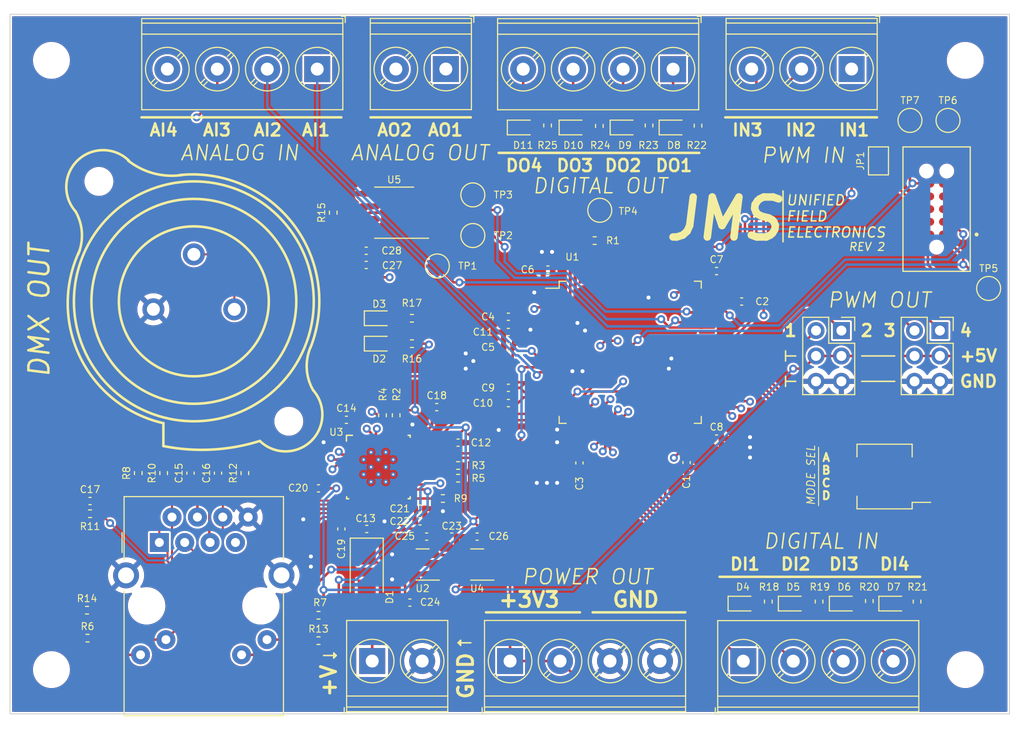
<source format=kicad_pcb>
(kicad_pcb (version 20211014) (generator pcbnew)
  (layers (0 "F.Cu" signal) (1 "In1.Cu" signal) (2 "In2.Cu" signal) (31 "B.Cu" signal) (34 "B.Paste" user) (35 "F.Paste" user) (36 "B.SilkS" user "B.Silkscreen") (37 "F.SilkS" user "F.Silkscreen") (38 "B.Mask" user) (39 "F.Mask" user) (44 "Edge.Cuts" user))
  (net 0 "")
  (net 1 "GND")
  (net 2 "Net-(U1-Pad49)")
  (net 3 "Net-(U1-Pad73)")
  (net 4 "+3V3")
  (net 5 "Net-(C18-Pad1)")
  (net 6 "Net-(C19-Pad1)")
  (net 7 "Net-(C21-Pad1)")
  (net 8 "/PWM_OUT_1")
  (net 9 "+5V")
  (net 10 "/PWM_OUT_2")
  (net 11 "/PWM_OUT_3")
  (net 12 "/DIN_1")
  (net 13 "/DIN_2")
  (net 14 "/DIN_3")
  (net 15 "/DIN_4")
  (net 16 "/AIN_1")
  (net 17 "/AIN_2")
  (net 18 "/AIN_3")
  (net 19 "/AIN_4")
  (net 20 "/PWM_IN_1")
  (net 21 "/PWM_IN_2")
  (net 22 "/PWM_IN_3")
  (net 23 "/DOUT_1")
  (net 24 "/DOUT_2")
  (net 25 "/DOUT_3")
  (net 26 "/DOUT_4")
  (net 27 "/AOUT_1")
  (net 28 "/AOUT_2")
  (net 29 "Net-(J11-PadL1)")
  (net 30 "/ethernet/LED_SPEED")
  (net 31 "/ethernet/LED_LINK")
  (net 32 "Net-(J11-PadL4)")
  (net 33 "/ethernet/TD+")
  (net 34 "/ethernet/TD-")
  (net 35 "/ethernet/RD+")
  (net 36 "/ethernet/RD-")
  (net 38 "Net-(U1-Pad94)")
  (net 39 "Net-(R2-Pad1)")
  (net 40 "/ETH_MDIO")
  (net 41 "/ETH_CRS_DV")
  (net 42 "Net-(R5-Pad1)")
  (net 43 "Net-(R9-Pad1)")
  (net 44 "/SEL_D")
  (net 45 "/SEL_C")
  (net 46 "/SEL_B")
  (net 47 "/SEL_A")
  (net 55 "/ETH_MDC")
  (net 57 "/ETH_CLK_50MHz")
  (net 60 "/ETH_RXD0")
  (net 61 "/ETH_RXD1")
  (net 63 "/DIN1_LED")
  (net 64 "/DIN2_LED")
  (net 65 "/DIN3_LED")
  (net 66 "/DIN4_LED")
  (net 69 "/ETH_TX_EN")
  (net 70 "/ETH_TXD0")
  (net 71 "/ETH_TXD1")
  (net 73 "/PWM_OUT_4")
  (net 77 "/DMX_TX")
  (net 78 "/DMX_RX")
  (net 79 "/DMX_TX_EN")
  (net 80 "/SWDIO")
  (net 81 "/SWCLK")
  (net 111 "/12V_D")
  (net 112 "+12V")
  (net 113 "/STATUS_LED")
  (net 114 "Net-(D2-Pad2)")
  (net 115 "Net-(D3-Pad2)")
  (net 116 "Net-(D4-Pad2)")
  (net 117 "Net-(D5-Pad2)")
  (net 118 "Net-(D6-Pad2)")
  (net 119 "Net-(D7-Pad2)")
  (net 120 "Net-(D8-Pad2)")
  (net 121 "Net-(D9-Pad2)")
  (net 122 "Net-(D10-Pad2)")
  (net 123 "Net-(D11-Pad2)")
  (net 124 "/DMX/DMX-")
  (net 125 "/DMX/DMX+")
  (net 126 "Net-(J12-Pad7)")
  (net 127 "/NRST")
  (footprint "Resistor_SMD:R_0402_1005Metric" (layer "F.Cu") (at 107.7468 112.4204)
    (fp_text reference "R6")
    (fp_text value "220")
  )
  (footprint "LED_SMD:LED_0603_1608Metric" (layer "F.Cu") (at 136.9315 82.9564)
    (fp_text reference "D2")
    (fp_text value "LED_ORANGE")
  )
  (footprint "Resistor_SMD:R_0402_1005Metric" (layer "F.Cu") (at 112.8268 95.9104 90)
    (fp_text reference "R8")
    (fp_text value "49R9")
  )
  (footprint "Diode_SMD:D_SMA" (layer "F.Cu") (at 135.6868 105.8164 -90)
    (fp_text reference "D1")
    (fp_text value "D_Schottky")
  )
  (footprint "Resistor_SMD:R_0402_1005Metric" (layer "F.Cu") (at 130.8608 112.6744)
    (fp_text reference "R13")
    (fp_text value "2k2")
  )
  (footprint "Resistor_SMD:R_0402_1005Metric" (layer "F.Cu") (at 190.754 108.7628 90)
    (fp_text reference "R21")
    (fp_text value "220")
  )
  (footprint "Resistor_SMD:R_0402_1005Metric" (layer "F.Cu") (at 107.698 109.6264)
    (fp_text reference "R14")
    (fp_text value "2k2")
  )
  (footprint "LED_SMD:LED_0603_1608Metric" (layer "F.Cu") (at 183.4643 108.966)
    (fp_text reference "D6")
    (fp_text value "LED GREEN")
  )
  (footprint "Package_TO_SOT_SMD:SOT-23" (layer "F.Cu") (at 141.2748 105.0544 180)
    (fp_text reference "U2")
    (fp_text value "MCP1703Ax-500xxTT")
  )
  (footprint "Resistor_SMD:R_0402_1005Metric" (layer "F.Cu") (at 158.496 72.644)
    (fp_text reference "R1")
    (fp_text value "10k")
  )
  (footprint "Package_QFP:LQFP-100_14x14mm_P0.5mm" (layer "F.Cu") (at 162.052 83.82)
    (fp_text reference "U1")
    (fp_text value "STM32F407VGTx")
  )
  (footprint "MountingHole:MountingHole_3.2mm_M3" (layer "F.Cu") (at 195.58 54.61)
    (fp_text reference "H2" hide)
    (fp_text value "MountingHole")
  )
  (footprint "Capacitor_SMD:C_0402_1005Metric" (layer "F.Cu") (at 144.8308 92.8624)
    (fp_text reference "C12")
    (fp_text value "0u1")
  )
  (footprint "LED_SMD:LED_0603_1608Metric" (layer "F.Cu") (at 136.9315 80.4164)
    (fp_text reference "D3")
    (fp_text value "LED GREEN")
  )
  (footprint "Capacitor_SMD:C_0402_1005Metric" (layer "F.Cu") (at 142.690964 89.3064)
    (fp_text reference "C18")
    (fp_text value "0u1")
  )
  (footprint "Connector_PinSocket_2.54mm:PinSocket_2x03_P2.54mm_Vertical" (layer "F.Cu") (at 193.040518 81.646783)
    (fp_text reference "J2" hide)
    (fp_text value "Conn_02x03_Odd_Even" hide)
  )
  (footprint "TerminalBlock_Phoenix:TerminalBlock_Phoenix_PT-1,5-2-5.0-H_1x02_P5.00mm_Horizontal" (layer "F.Cu") (at 136.2348 114.7144)
    (fp_text reference "J8" hide)
    (fp_text value "Conn_01x02")
  )
  (footprint "MountingHole:MountingHole_3.2mm_M3" (layer "F.Cu") (at 104.14 54.61)
    (fp_text reference "H1" hide)
    (fp_text value "MountingHole")
  )
  (footprint "Capacitor_SMD:C_0402_1005Metric" (layer "F.Cu") (at 170.688 92.456)
    (fp_text reference "C8")
    (fp_text value "100n")
  )
  (footprint "Resistor_SMD:R_0402_1005Metric" (layer "F.Cu") (at 137.2616 90.1192 90)
    (fp_text reference "R4")
    (fp_text value "2K2")
  )
  (footprint "Capacitor_SMD:C_0402_1005Metric" (layer "F.Cu") (at 149.86 83.312 180)
    (fp_text reference "C5")
    (fp_text value "100n")
  )
  (footprint "Resistor_SMD:R_0402_1005Metric" (layer "F.Cu") (at 130.8608 110.1344 180)
    (fp_text reference "R7")
    (fp_text value "220")
  )
  (footprint "TerminalBlock_Phoenix:TerminalBlock_Phoenix_PT-1,5-2-5.0-H_1x02_P5.00mm_Horizontal" (layer "F.Cu") (at 143.602018 55.476783 180)
    (fp_text reference "J7" hide)
    (fp_text value "Conn_01x02")
  )
  (footprint "Resistor_SMD:R_0402_1005Metric" (layer "F.Cu") (at 132.334 69.848 90)
    (fp_text reference "R15")
    (fp_text value "120")
  )
  (footprint "Package_TO_SOT_SMD:SOT-23" (layer "F.Cu") (at 146.7358 105.0544 180)
    (fp_text reference "U4")
    (fp_text value "MCP1703Ax-330xxTT")
  )
  (footprint "Resistor_SMD:R_0402_1005Metric" (layer "F.Cu") (at 143.3068 98.4504)
    (fp_text reference "R9")
    (fp_text value "4k87")
  )
  (footprint "TerminalBlock_Phoenix:TerminalBlock_Phoenix_PT-1,5-4-5.0-H_1x04_P5.00mm_Horizontal" (layer "F.Cu") (at 130.734318 55.484783 180)
    (fp_text reference "J4" hide)
    (fp_text value "Conn_01x04")
  )
  (footprint "Resistor_SMD:R_0402_1005Metric" (layer "F.Cu") (at 163.936343 61.121549 -90)
    (fp_text reference "R23")
    (fp_text value "220")
  )
  (footprint "Resistor_SMD:R_0402_1005Metric" (layer "F.Cu") (at 158.9633 61.172049 -90)
    (fp_text reference "R24")
    (fp_text value "220")
  )
  (footprint "TerminalBlock_Phoenix:TerminalBlock_Phoenix_PT-1,5-3-5.0-H_1x03_P5.00mm_Horizontal" (layer "F.Cu") (at 184.202018 55.476783 180)
    (fp_text reference "J5" hide)
    (fp_text value "Conn_01x03")
  )
  (footprint "Resistor_SMD:R_0402_1005Metric" (layer "F.Cu") (at 185.9788 108.712 90)
    (fp_text reference "R20")
    (fp_text value "220")
  )
  (footprint "LED_SMD:LED_0603_1608Metric" (layer "F.Cu") (at 178.3588 108.966)
    (fp_text reference "D5")
    (fp_text value "LED GREEN")
  )
  (footprint "Resistor_SMD:R_0402_1005Metric" (layer "F.Cu") (at 153.7817 61.121249 -90)
    (fp_text reference "R25")
    (fp_text value "220")
  )
  (footprint "LED_SMD:LED_0603_1608Metric" (layer "F.Cu") (at 166.4309 61.324449)
    (fp_text reference "D8")
    (fp_text value "LED GREEN")
  )
  (footprint "Resistor_SMD:R_0402_1005Metric" (layer "F.Cu") (at 140.206 80.4164 180)
    (fp_text reference "R17")
    (fp_text value "220")
  )
  (footprint "MountingHole:MountingHole_3.2mm_M3" (layer "F.Cu") (at 195.58 115.57)
    (fp_text reference "H3" hide)
    (fp_text value "MountingHole")
  )
  (footprint "Resistor_SMD:R_0402_1005Metric" (layer "F.Cu") (at 175.8696 108.7628 90)
    (fp_text reference "R18")
    (fp_text value "220")
  )
  (footprint "Project:Texas_Instruments-DP83848KSQ_NOPB-0" (layer "F.Cu") (at 136.8552 95.3008)
    (fp_text reference "U3")
    (fp_text value "DP83848KSQ_NOPB" hide)
  )
  (footprint "Resistor_SMD:R_0402_1005Metric" (layer "F.Cu") (at 115.3688 95.9104 90)
    (fp_text reference "R10")
    (fp_text value "49R9")
  )
  (footprint "Capacitor_SMD:C_0402_1005Metric" (layer "F.Cu") (at 141.0208 99.4664)
    (fp_text reference "C21")
    (fp_text value "0u1")
  )
  (footprint "Capacitor_SMD:C_0402_1005Metric" (layer "F.Cu") (at 120.8068 95.9104 90)
    (fp_text reference "C16")
    (fp_text value "0u1")
  )
  (footprint "Capacitor_SMD:C_0402_1005Metric" (layer "F.Cu") (at 108.0008 98.7044)
    (fp_text reference "C17")
    (fp_text value "0u1")
  )
  (footprint "Capacitor_SMD:C_0402_1005Metric" (layer "F.Cu") (at 135.6868 101.4984 180)
    (fp_text reference "C13")
    (fp_text value "0u1")
  )
  (footprint "Resistor_SMD:R_0402_1005Metric" (layer "F.Cu") (at 144.8308 96.4184)
    (fp_text reference "R5")
    (fp_text value "10k")
  )
  (footprint "Capacitor_SMD:C_0402_1005Metric" (layer "F.Cu") (at 140.0048 108.8644)
    (fp_text reference "C24")
    (fp_text value "1uF")
  )
  (footprint "TerminalBlock_Phoenix:TerminalBlock_Phoenix_PT-1,5-4-5.0-H_1x04_P5.00mm_Horizontal" (layer "F.Cu") (at 166.341318 55.493041 180)
    (fp_text reference "J6" hide)
    (fp_text value "Conn_01x04")
  )
  (footprint "Resistor_SMD:R_0402_1005Metric" (layer "F.Cu") (at 180.9496 108.7628 90)
    (fp_text reference "R19")
    (fp_text value "220")
  )
  (footprint "TestPoint:TestPoint_Pad_D2.0mm" (layer "F.Cu") (at 197.917318 77.430383)
    (fp_text reference "TP5")
    (fp_text value "TestPoint")
  )
  (footprint "TerminalBlock_Phoenix:TerminalBlock_Phoenix_PT-1,5-4-5.0-H_1x04_P5.00mm_Horizontal" (layer "F.Cu") (at 150.0308 114.7144)
    (fp_text reference "J9" hide)
    (fp_text value "Conn_01x04")
  )
  (footprint "Capacitor_SMD:C_0402_1005Metric" (layer "F.Cu") (at 135.636 75.0824 180)
    (fp_text reference "C27")
    (fp_text value "100n")
  )
  (footprint "LED_SMD:LED_0603_1608Metric" (layer "F.Cu") (at 188.4173 108.966)
    (fp_text reference "D7")
    (fp_text value "LED GREEN")
  )
  (footprint "Capacitor_SMD:C_0402_1005Metric" (layer "F.Cu") (at 118.0548 95.9104 90)
    (fp_text reference "C15")
    (fp_text value "0u1")
  )
  (footprint "Capacitor_SMD:C_0402_1005Metric" (layer "F.Cu") (at 141.0208 100.7364)
    (fp_text reference "C22")
    (fp_text value "10u")
  )
  (footprint "Capacitor_SMD:C_0402_1005Metric" (layer "F.Cu") (at 141.6838 102.2604 180)
    (fp_text reference "C25")
    (fp_text value "1uF")
  )
  (footprint "Capacitor_SMD:C_0402_1005Metric" (layer "F.Cu") (at 173.2 78.74)
    (fp_text reference "C2")
    (fp_text value "2u2")
  )
  (footprint "Capacitor_SMD:C_0402_1005Metric" (layer "F.Cu") (at 133.655201 90.5764)
    (fp_text reference "C14")
    (fp_text value "10u")
  )
  (footprint "Resistor_SMD:R_0402_1005Metric" (layer "F.Cu") (at 144.8308 95.1484)
    (fp_text reference "R3")
    (fp_text value "1.5k")
  )
  (footprint "Jumper:SolderJumper-2_P1.3mm_Open_TrianglePad1.0x1.5mm" (layer "F.Cu") (at 186.89355 64.6684 90)
    (fp_text reference "JP1")
    (fp_text value "SolderJumper_2_Open")
  )
  (footprint "Resistor_SMD:R_0402_1005Metric" (layer "F.Cu") (at 168.837141 61.141362 -90)
    (fp_text reference "R22")
    (fp_text value "220")
  )
  (footprint "LED_SMD:LED_0603_1608Metric" (layer "F.Cu") (at 173.3298 108.966)
    (fp_text reference "D4")
    (fp_text value "LED GREEN")
  )
  (footprint "Capacitor_SMD:C_0402_1005Metric" (layer "F.Cu") (at 149.86 80.264 180)
    (fp_text reference "C4")
    (fp_text value "100n")
  )
  (footprint "TestPoint:TestPoint_Pad_D2.0mm" (layer "F.Cu") (at 159.004518 69.607183)
    (fp_text reference "TP4")
    (fp_text value "TestPoint")
  )
  (footprint "Capacitor_SMD:C_0402_1005Metric" (layer "F.Cu") (at 130.8608 97.4344)
    (fp_text reference "C20")
    (fp_text value "0u1")
  )
  (footprint "TestPoint:TestPoint_Pad_D2.0mm" (layer "F.Cu") (at 142.748 75.184)
    (fp_text reference "TP1")
    (fp_text value "TestPoint")
  )
  (footprint "TestPoint:TestPoint_Pad_D2.0mm" (layer "F.Cu") (at 146.304 72.136)
    (fp_text reference "TP2")
    (fp_text value "TestPoint")
  )
  (footprint "TerminalBlock_Phoenix:TerminalBlock_Phoenix_PT-1,5-4-5.0-H_1x04_P5.00mm_Horizontal" (layer "F.Cu") (at 173.3658 114.728)
    (fp_text reference "J3" hide)
    (fp_text value "Conn_01x04")
  )
  (footprint "Resistor_SMD:R_0402_1005Metric" (layer "F.Cu") (at 140.21 82.9564 180)
    (fp_text reference "R16")
    (fp_text value "220")
  )
  (footprint "Capacitor_SMD:C_0402_1005Metric" (layer "F.Cu") (at 135.636 73.66 180)
    (fp_text reference "C28")
    (fp_text value "10u")
  )
  (footprint "Capacitor_SMD:C_0402_1005Metric" (layer "F.Cu") (at 144.1958 102.2604)
    (fp_text reference "C23")
    (fp_text value "1uF")
  )
  (footprint "TestPoint:TestPoint_Pad_D2.0mm" (layer "F.Cu") (at 190.043318 60.615583)
    (fp_text reference "TP7")
    (fp_text value "TestPoint")
  )
  (footprint "Capacitor_SMD:C_0402_1005Metric" (layer "F.Cu") (at 133.1468 101.4984 -90)
    (fp_text reference "C19")
    (fp_text value "0u1")
  )
  (footprint "XLR:CONN-TH_DIN-313HF" (layer "F.Cu") (at 118.387925 76.7709 180)
    (fp_text reference "J13" hide)
    (fp_text value "XLR3" hide)
  )
  (footprint "TestPoint:TestPoint_Pad_D2.0mm" (layer "F.Cu") (at 193.853318 60.615583)
    (fp_text reference "TP6")
    (fp_text value "TestPoint")
  )
  (footprint "Capacitor_SMD:C_0402_1005Metric" (layer "F.Cu") (at 149.854967 81.788 180)
    (fp_text reference "C11")
    (fp_text value "1u")
  )
  (footprint "Capacitor_SMD:C_0402_1005Metric" (layer "F.Cu") (at 156.972 94.8944 -90)
    (fp_text reference "C3")
    (fp_text value "100n")
  )
  (footprint "Button_Switch_SMD:SW_DIP_SPSTx04_Slide_Copal_CHS-04B_W7.62mm_P1.27mm" (layer "F.Cu") (at 187.503318 96.251783 180)
    (fp_text reference "SW1" hide)
    (fp_text value "SW_DIP_x04")
  )
  (footprint "Capacitor_SMD:C_0402_1005Metric" (layer "F.Cu") (at 149.86 88.9 180)
    (fp_text reference "C10")
    (fp_text value "4u7")
  )
  (footprint "Connector_RJ:RJ45_Amphenol_RJMG1BD3B8K1ANR" (layer "F.Cu") (at 114.935 102.85)
    (fp_text reference "J11" hide)
    (fp_text value "RJ45_Amphenol_RJMG1BD3B8K1ANR")
  )
  (footprint "Capacitor_SMD:C_0402_1005Metric" (layer "F.Cu") (at 149.86 87.376 180)
    (fp_text reference "C9")
    (fp_text value "100n")
  )
  (footprint "Capacitor_SMD:C_0402_1005Metric" (layer "F.Cu") (at 153.816164 75.544 180)
    (fp_text reference "C6")
    (fp_text value "100n")
  )
  (footprint "MountingHole:MountingHole_3.2mm_M3" (layer "F.Cu") (at 104.14 115.57)
    (fp_text reference "H4" hide)
    (fp_text value "MountingHole")
  )
  (footprint "Resistor_SMD:R_0402_1005Metric" (layer "F.Cu") (at 123.4948 95.9104 90)
    (fp_text reference "R12")
    (fp_text value "49R9")
  )
  (footprint "Project:TAG-CONNECT_TC2050-IDC-NL" (layer "F.Cu") (at 193.3448 72.0344 180)
    (fp_text reference "J12" hide)
    (fp_text value "TC2050-IDC-NL" hide)
  )
  (footprint "Resistor_SMD:R_0402_1005Metric" (layer "F.Cu") (at 108.0008 99.9744 180)
    (fp_text reference "R11")
    (fp_text value "49R9")
  )
  (footprint "LED_SMD:LED_0603_1608Metric" (layer "F.Cu") (at 161.5286 61.324449)
    (fp_text reference "D9")
    (fp_text value "LED GREEN")
  )
  (footprint "Capacitor_SMD:C_0402_1005Metric" (layer "F.Cu") (at 170.688 75.692)
    (fp_text reference "C7")
    (fp_text value "100n")
  )
  (footprint "LED_SMD:LED_0603_1608Metric" (layer "F.Cu") (at 156.4233 61.324449)
    (fp_text reference "D10")
    (fp_text value "LED GREEN")
  )
  (footprint "LED_SMD:LED_0603_1608Metric" (layer "F.Cu") (at 151.2417 61.324449)
    (fp_text reference "D11")
    (fp_text value "LED GREEN")
  )
  (footprint "TestPoint:TestPoint_Pad_D2.0mm" (layer "F.Cu") (at 146.304 68.072)
    (fp_text reference "TP3")
    (fp_text value "TestPoint")
  )
  (footprint "Capacitor_SMD:C_0402_1005Metric" (layer "F.Cu") (at 167.691318 94.854783 90)
    (fp_text reference "C1")
    (fp_text value "2u2")
  )
  (footprint "Package_SO:SOIC-8_3.9x4.9mm_P1.27mm" (layer "F.Cu") (at 138.43 69.85 180)
    (fp_text reference "U5")
    (fp_text value "MAX485E")
  )
  (footprint "Connector_PinSocket_2.54mm:PinSocket_2x03_P2.54mm_Vertical" (layer "F.Cu") (at 183.185318 81.646783)
    (fp_text reference "J1" hide)
    (fp_text value "Conn_02x03_Odd_Even" hide)
  )
  (footprint "Resistor_SMD:R_0402_1005Metric" (layer "F.Cu") (at 138.6332 90.1192 90)
    (fp_text reference "R2")
    (fp_text value "2K2")
  )
  (footprint "Capacitor_SMD:C_0402_1005Metric" (layer "F.Cu") (at 146.7358 102.2604 180)
    (fp_text reference "C26")
    (fp_text value "1uF")
  )
  (gr_line (start 191.059318 106.284783) (end 170.993318 106.284783) (layer "F.SilkS") (width 0.25))
  (gr_line (start 132.385318 114.412783) (end 132.385318 113.904783) (layer "F.SilkS") (width 0.15))
  (gr_line (start 145.085318 112.634783) (end 145.085318 113.142783) (layer "F.SilkS") (width 0.15))
  (gr_line (start 144.831318 112.888783) (end 145.085318 112.634783) (layer "F.SilkS") (width 0.15))
  (gr_line (start 188.519318 86.726783) (end 185.217318 86.726783) (layer "F.SilkS") (width 0.15))
  (gr_line (start 177.597318 87.234783) (end 177.597318 86.218783) (layer "F.SilkS") (width 0.15))
  (gr_line (start 146.101318 112.888783) (end 144.831318 112.888783) (layer "F.SilkS") (width 0.15))
  (gr_line (start 177.597318 84.694783) (end 177.597318 83.678783) (layer "F.SilkS") (width 0.15))
  (gr_line (start 145.085318 113.142783) (end 144.831318 112.888783) (layer "F.SilkS") (width 0.15))
  (gr_line (start 178.613318 86.726783) (end 177.597318 86.726783) (layer "F.SilkS") (width 0.15))
  (gr_line (start 180.899318 99.172783) (end 180.899318 93.330783) (layer "F.SilkS") (width 0.1))
  (gr_line (start 136.068318 60.310783) (end 146.101318 60.310783) (layer "F.SilkS") (width 0.25))
  (gr_line (start 148.895318 63.866783) (end 168.961318 63.866783) (layer "F.SilkS") (width 0.25))
  (gr_line (start 188.519318 84.186783) (end 185.217318 84.186783) (layer "F.SilkS") (width 0.15))
  (gr_line (start 177.597318 84.186783) (end 178.613318 84.186783) (layer "F.SilkS") (width 0.15))
  (gr_line (start 132.639318 114.158783) (end 132.385318 114.412783) (layer "F.SilkS") (width 0.15))
  (gr_line (start 132.385318 113.904783) (end 132.639318 114.158783) (layer "F.SilkS") (width 0.15))
  (gr_line (start 177.343318 67.676783) (end 177.343318 72.756783) (layer "F.SilkS") (width 0.15))
  (gr_line (start 131.369318 114.158783) (end 132.639318 114.158783) (layer "F.SilkS") (width 0.15))
  (gr_line (start 157.023318 109.840783) (end 147.625318 109.840783) (layer "F.SilkS") (width 0.25))
  (gr_line (start 167.564318 109.840783) (end 158.293318 109.840783) (layer "F.SilkS") (width 0.25))
  (gr_line (start 171.564818 60.310783) (end 186.741318 60.310783) (layer "F.SilkS") (width 0.25))
  (gr_line (start 113.144818 60.310783) (end 133.147318 60.310783) (layer "F.SilkS") (width 0.25))
  (gr_rect locked (start 100 50) (end 200 120) (layer "Edge.Cuts") (width 0.1) (fill none))
  (gr_text "PWM OUT" (at 186.995318 78.598783) (layer "F.SilkS") (effects (font (size 1.5 1.5) (thickness 0.15) italic)))
  (gr_text "POWER OUT" (at 157.785318 106.284783) (layer "F.SilkS") (effects (font (size 1.5 1.5) (thickness 0.15) italic)))
  (gr_text "IN3" (at 173.787318 61.580783) (layer "F.SilkS") (effects (font (size 1.2 1.2) (thickness 0.25))))
  (gr_text "DIGITAL IN" (at 181.153318 102.728783) (layer "F.SilkS") (effects (font (size 1.5 1.5) (thickness 0.15) italic)))
  (gr_text "2" (at 185.725318 81.646783) (layer "F.SilkS") (effects (font (size 1.2 1.2) (thickness 0.25))))
  (gr_text "DMX OUT" (at 102.921318 79.614783 90) (layer "F.SilkS") (effects (font (size 2 2) (thickness 0.25) italic)))
  (gr_text "ANALOG OUT" (at 141.021318 63.866783) (layer "F.SilkS") (effects (font (size 1.5 1.5) (thickness 0.15) italic)))
  (gr_text "REV 2" (at 185.725318 73.264783) (layer "F.SilkS") (effects (font (size 0.8 0.8) (thickness 0.12) italic)))
  (gr_text "AI2" (at 125.781318 61.580783) (layer "F.SilkS") (effects (font (size 1.2 1.2) (thickness 0.25))))
  (gr_text "DO3" (at 156.515318 65.136783) (layer "F.SilkS") (effects (font (size 1.2 1.2) (thickness 0.25))))
  (gr_text "DO2" (at 161.341318 65.136783) (layer "F.SilkS") (effects (font (size 1.2 1.2) (thickness 0.25))))
  (gr_text "1" (at 178.105318 81.646783) (layer "F.SilkS") (effects (font (size 1.2 1.2) (thickness 0.25))))
  (gr_text "DO4" (at 151.435318 65.136783) (layer "F.SilkS") (effects (font (size 1.2 1.2) (thickness 0.25))))
  (gr_text "MODE SEL" (at 180.137318 96.124783 90) (layer "F.SilkS") (effects (font (size 0.8 0.8) (thickness 0.1) italic)))
  (gr_text "C" (at 181.661318 96.886783) (layer "F.SilkS") (effects (font (size 0.8 0.8) (thickness 0.2))))
  (gr_text "DO1" (at 166.421318 65.136783) (layer "F.SilkS") (effects (font (size 1.2 1.2) (thickness 0.25))))
  (gr_text "AO1" (at 143.561318 61.580783) (layer "F.SilkS") (effects (font (size 1.2 1.2) (thickness 0.25))))
  (gr_text "DI2" (at 178.613318 105.014783) (layer "F.SilkS") (effects (font (size 1.2 1.2) (thickness 0.25))))
  (gr_text "B" (at 181.661318 95.616783) (layer "F.SilkS") (effects (font (size 0.8 0.8) (thickness 0.2))))
  (gr_text "A" (at 181.661318 94.346783) (layer "F.SilkS") (effects (font (size 0.8 0.8) (thickness 0.2))))
  (gr_text "DI1" (at 173.533318 105.014783) (layer "F.SilkS") (effects (font (size 1.2 1.2) (thickness 0.25))))
  (gr_text "DIGITAL OUT" (at 159.055318 67.168783) (layer "F.SilkS") (effects (font (size 1.5 1.5) (thickness 0.15) italic)))
  (gr_text "PWM IN" (at 179.375318 64.120783) (layer "F.SilkS") (effects (font (size 1.5 1.5) (thickness 0.15) italic)))
  (gr_text "JMS" (at 171.501318 70.470783) (layer "F.SilkS") (effects (font (size 4 4) (thickness 0.75) italic)))
  (gr_text "GND" (at 196.901318 86.726783) (layer "F.SilkS") (effects (font (size 1.2 1.2) (thickness 0.25))))
  (gr_text "+V" (at 131.877318 116.698783 90) (layer "F.SilkS") (effects (font (size 1.5 1.5) (thickness 0.3))))
  (gr_text "D" (at 181.661318 98.156783) (layer "F.SilkS") (effects (font (size 0.8 0.8) (thickness 0.2))))
  (gr_text "IN1" (at 184.455318 61.580783) (layer "F.SilkS") (effects (font (size 1.2 1.2) (thickness 0.25))))
  (gr_text "DI4" (at 188.519318 105.014783) (layer "F.SilkS") (effects (font (size 1.2 1.2) (thickness 0.25))))
  (gr_text "+5V" (at 196.901318 84.171783) (layer "F.SilkS") (effects (font (size 1.2 1.2) (thickness 0.25))))
  (gr_text "4" (at 195.631318 81.646783) (layer "F.SilkS") (effects (font (size 1.2 1.2) (thickness 0.25))))
  (gr_text "3" (at 188.011318 81.646783) (layer "F.SilkS") (effects (font (size 1.2 1.2) (thickness 0.25))))
  (gr_text "AI4" (at 115.367318 61.580783) (layer "F.SilkS") (effects (font (size 1.2 1.2) (thickness 0.25))))
  (gr_text "AO2" (at 138.481318 61.580783) (layer "F.SilkS") (effects (font (size 1.2 1.2) (thickness 0.25))))
  (gr_text "AI1" (at 130.607318 61.580783) (layer "F.SilkS") (effects (font (size 1.2 1.2) (thickness 0.25))))
  (gr_text "UNIFIED\nFIELD\nELECTRONICS" (at 177.597318 70.216783) (layer "F.SilkS") (effects (font (size 1 1) (thickness 0.15) italic) (justify left)))
  (gr_text "+3V3" (at 151.943318 108.570783) (layer "F.SilkS") (effects (font (size 1.5 1.5) (thickness 0.3))))
  (gr_text "GND" (at 145.593318 116.190783 90) (layer "F.SilkS") (effects (font (size 1.5 1.5) (thickness 0.3))))
  (gr_text "GND" (at 162.611318 108.570783) (layer "F.SilkS") (effects (font (size 1.5 1.5) (thickness 0.3))))
  (gr_text "DI3" (at 183.439318 105.014783) (layer "F.SilkS") (effects (font (size 1.2 1.2) (thickness 0.25))))
  (gr_text "AI3" (at 120.701318 61.580783) (layer "F.SilkS") (effects (font (size 1.2 1.2) (thickness 0.25))))
  (gr_text "ANALOG IN" (at 122.987318 63.866783) (layer "F.SilkS") (effects (font (size 1.5 1.5) (thickness 0.15) italic)))
  (gr_text "IN2" (at 179.121318 61.580783) (layer "F.SilkS") (effects (font (size 1.2 1.2) (thickness 0.25))))
  (segment (start 135.00156 99.4864) (end 130.3836 99.4864) (width 0.25) (layer "F.Cu") (net 1))
  (segment (start 130.3836 99.4864) (end 129.3368 100.5332) (width 0.25) (layer "F.Cu") (net 1))
  (segment (start 135.6052 98.88276) (end 135.00156 99.4864) (width 0.25) (layer "F.Cu") (net 1))
  (segment (start 135.6052 98.200799) (end 135.6052 98.88276) (width 0.25) (layer "F.Cu") (net 1))
  (via (at 130.099318 104.252783) (size 0.8) (drill 0.4) (layers "F.Cu" "B.Cu") (net 1))
  (via (at 166.167318 84.440783) (size 0.8) (drill 0.4) (layers "F.Cu" "B.Cu") (net 1))
  (via (at 145.593318 83.932783) (size 0.8) (drill 0.4) (layers "F.Cu" "B.Cu") (net 1))
  (via (at 146.355318 84.694783) (size 0.8) (drill 0.4) (layers "F.Cu" "B.Cu") (net 1))
  (via (at 163.881318 78.344783) (size 0.8) (drill 0.4) (layers "F.Cu" "B.Cu") (net 1))
  (via (at 154.229318 73.772783) (size 0.8) (drill 0.4) (layers "F.Cu" "B.Cu") (net 1))
  (via (at 157.277318 85.710783) (size 0.8) (drill 0.4) (layers "F.Cu" "B.Cu") (net 1))
  (via (at 140.259318 91.044783) (size 0.8) (drill 0.4) (layers "F.Cu" "B.Cu") (net 1))
  (via (at 130.099318 105.268783) (size 0.8) (drill 0.4) (layers "F.Cu" "B.Cu") (net 1))
  (via (at 152.451318 77.836783) (size 0.8) (drill 0.4) (layers "F.Cu" "B.Cu") (net 1))
  (via (at 137.4648 100.7364) (size 0.8) (drill 0.4) (layers "F.Cu" "B.Cu") (net 1))
  (via (at 148.8948 91.5924) (size 0.8) (drill 0.4) (layers "F.Cu" "B.Cu") (net 1))
  (via (at 174.041318 94.346783) (size 0.8) (drill 0.4) (layers "F.Cu" "B.Cu") (net 1))
  (via (at 129.3368 100.5332) (size 0.8) (drill 0.4) (layers "F.Cu" "B.Cu") (net 1))
  (via (at 174.041318 92.314783) (size 0.8) (drill 0.4) (layers "F.Cu" "B.Cu") (net 1))
  (via (at 174.041318 93.330783) (size 0.8) (drill 0.4) (layers "F.Cu" "B.Cu") (net 1))
  (via (at 154.737318 96.886783) (size 0.8) (drill 0.4) (layers "F.Cu" "B.Cu") (net 1))
  (via (at 145.593318 85.456783) (size 0.8) (drill 0.4) (layers "F.Cu" "B.Cu") (net 1))
  (via (at 153.721318 96.886783) (size 0.8) (drill 0.4) (layers "F.Cu" "B.Cu") (net 1))
  (via (at 143.3068 99.7204) (size 0.8) (drill 0.4) (layers "F.Cu" "B.Cu") (net 1))
  (via (at 165.913318 85.456783) (size 0.8) (drill 0.4) (layers "F.Cu" "B.Cu") (net 1))
  (via (at 152.0698 81.5594) (size 0.8) (drill 0.4) (layers "F.Cu" "B.Cu") (net 1))
  (via (at 156.261318 85.710783) (size 0.8) (drill 0.4) (layers "F.Cu" "B.Cu") (net 1))
  (via (at 154.737318 92.822783) (size 0.8) (drill 0.4) (layers "F.Cu" "B.Cu") (net 1))
  (via (at 154.737318 91.552783) (size 0.8) (drill 0.4) (layers "F.Cu" "B.Cu") (net 1))
  (via (at 157.531318 81.646783) (size 0.8) (drill 0.4) (layers "F.Cu" "B.Cu") (net 1))
  (via (at 156.769318 80.884783) (size 0.8) (drill 0.4) (layers "F.Cu" "B.Cu") (net 1))
  (via (at 131.369318 92.822783) (size 0.8) (drill 0.4) (layers "F.Cu" "B.Cu") (net 1))
  (via (at 138.227318 106.538783) (size 0.8) (drill 0.4) (layers "F.Cu" "B.Cu") (net 1))
  (via (at 153.213318 73.772783) (size 0.8) (drill 0.4) (layers "F.Cu" "B.Cu") (net 1))
  (via (at 152.705318 96.886783) (size 0.8) (drill 0.4) (layers "F.Cu" "B.Cu") (net 1))
  (via (at 138.2268 104.0384) (size 0.8) (drill 0.4) (layers "F.Cu" "B.Cu") (net 1))
  (segment (start 167.552 91.495) (end 167.552 94.260101) (width 0.25) (layer "F.Cu") (net 2))
  (segment (start 169.727 78.82) (end 172.64 78.82) (width 0.25) (layer "F.Cu") (net 3))
  (segment (start 172.64 78.82) (end 172.72 78.74) (width 0.25) (layer "F.Cu") (net 3))
  (segment (start 107.4908 99.9744) (end 108.4808 98.9844) (width 0.25) (layer "F.Cu") (net 4))
  (segment (start 118.0268 96.4184) (end 118.0548 96.3904) (width 0.25) (layer "F.Cu") (net 4))
  (segment (start 139.755202 95.050798) (end 140.864402 95.050798) (width 0.25) (layer "F.Cu") (net 4))
  (segment (start 156.052 76.145) (end 156.052 79.510685) (width 0.25) (layer "F.Cu") (net 4))
  (segment (start 171.247318 77.074783) (end 170.208 76.035465) (width 0.25) (layer "F.Cu") (net 4))
  (segment (start 141.822935 82.9564) (end 141.910318 83.043783) (width 0.25) (layer "F.Cu") (net 4))
  (segment (start 154.377 88.32) (end 156.192101 88.32) (width 0.25) (layer "F.Cu") (net 4))
  (segment (start 154.296164 75.356937) (end 154.864318 74.788783) (width 0.25) (layer "F.Cu") (net 4))
  (segment (start 132.6388 97.4344) (end 131.3408 97.4344) (width 0.25) (layer "F.Cu") (net 4))
  (segment (start 154.377 86.82) (end 151.5844 86.82) (width 0.25) (layer "F.Cu") (net 4))
  (segment (start 150.34 81.793033) (end 150.334967 81.788) (width 0.25) (layer "F.Cu") (net 4))
  (segment (start 169.727 77.82) (end 170.883101 77.82) (width 0.25) (layer "F.Cu") (net 4))
  (segment (start 150.8534 86.82) (end 150.2918 86.2584) (width 0.25) (layer "F.Cu") (net 4))
  (segment (start 155.880318 74.788783) (end 156.052 74.960465) (width 0.25) (layer "F.Cu") (net 4))
  (segment (start 158.421714 87.742783) (end 157.944318 88.220179) (width 0.25) (layer "F.Cu") (net 4))
  (segment (start 140.716 82.9524) (end 140.72 82.9564) (width 0.25) (layer "F.Cu") (net 4))
  (segment (start 138.6332 89.6092) (end 140.464 89.6092) (width 0.25) (layer "F.Cu") (net 4))
  (segment (start 168.052 88.865465) (end 166.929318 87.742783) (width 0.25) (layer "F.Cu") (net 4))
  (segment (start 116.8908 96.4184) (end 118.0268 96.4184) (width 0.25) (layer "F.Cu") (net 4))
  (segment (start 115.3688 95.4004) (end 115.8728 95.4004) (width 0.25) (layer "F.Cu") (net 4))
  (segment (start 108.4808 98.7044) (end 108.4808 97.2084) (width 0.25) (layer "F.Cu") (net 4))
  (segment (start 168.052 91.495) (end 168.052 88.865465) (width 0.25) (layer "F.Cu") (net 4))
  (segment (start 121.4908 96.3904) (end 122.4808 95.4004) (width 0.25) (layer "F.Cu") (net 4))
  (segment (start 161.341318 86.726783) (end 160.325318 87.742783) (width 0.25) (layer "F.Cu") (net 4))
  (segment (start 150.2918 86.2584) (end 150.2918 83.3602) (width 0.25) (layer "F.Cu") (net 4))
  (segment (start 140.464 89.6092) (end 140.5128 89.5604) (width 0.25) (layer "F.Cu") (net 4))
  (segment (start 156.052 74.960465) (end 156.052 76.145) (width 0.25) (layer "F.Cu") (net 4))
  (segment (start 157.944318 88.220179) (end 157.944318 88.229484) (width 0.25) (layer "F.Cu") (net 4))
  (segment (start 151.5844 86.82) (end 150.8534 86.82) (width 0.25) (layer "F.Cu") (net 4))
  (segment (start 143.0808 94.1324) (end 144.3508 92.8624) (width 0.25) (layer "F.Cu") (net 4))
  (segment (start 154.377 80.32) (end 150.396 80.32) (width 0.25) (layer "F.Cu") (net 4))
  (segment (start 190.754 115.988101) (end 190.754 109.2728) (width 0.25) (layer "F.Cu") (net 4))
  (segment (start 139.6238 101.6146) (end 139.6238 101.6254) (width 0.25) (layer "F.Cu") (net 4))
  (segment (start 150.334967 80.269033) (end 150.34 80.264) (width 0.25) (layer "F.Cu") (net 4))
  (segment (start 145.5928 91.3384) (end 144.3508 92.5804) (width 0.25) (layer "F.Cu") (net 4))
  (segment (start 140.864402 95.050798) (end 141.7828 94.1324) (width 0.25) (layer "F.Cu") (net 4))
  (segment (start 185.9788 115.683301) (end 183.693318 117.968783) (width 0.25) (layer "F.Cu") (net 4))
  (segment (start 140.72 82.9564) (end 141.822935 82.9564) (width 0.25) (layer "F.Cu") (net 4))
  (segment (start 119.9388 102.7738) (end 119.9388 97.2584) (width 0.25) (layer "F.Cu") (net 4))
  (segment (start 150.334967 81.788) (end 150.334967 80.269033) (width 0.25) (layer "F.Cu") (net 4))
  (segment (start 170.208 75.684391) (end 173.533318 72.359073) (width 0.25) (layer "F.Cu") (net 4))
  (segment (start 173.533318 72.359073) (end 173.533318 70.470783) (width 0.25) (layer "F.Cu") (net 4))
  (segment (start 137.2616 89.6092) (end 138.6332 89.6092) (width 0.25) (layer "F.Cu") (net 4))
  (segment (start 166.692101 77.82) (end 166.421318 78.090783) (width 0.25) (layer "F.Cu") (net 4))
  (segment (start 139.790417 101.458783) (end 139.6238 101.6254) (width 0.25) (layer "F.Cu") (net 4))
  (segment (start 157.052 94.3344) (end 157.052 91.495) (width 0.25) (layer "F.Cu") (net 4))
  (segment (start 144.3508 92.5804) (end 144.3508 92.8624) (width 0.25) (layer "F.Cu") (net 4))
  (segment (start 150.34 87.376) (end 151.0284 87.376) (width 0.25) (layer "F.Cu") (net 4))
  (segment (start 183.693318 117.968783) (end 188.773318 117.968783) (width 0.25) (layer "F.Cu") (net 4))
  (segment (start 145.3408 96.4184) (end 145.3408 95.1484) (width 0.25) (layer "F.Cu") (net 4))
  (segment (start 119.9388 97.2584) (end 120.8068 96.3904) (width 0.25) (layer "F.Cu") (net 4))
  (segment (start 170.883101 77.82) (end 171.247318 77.455783) (width 0.25) (layer "F.Cu") (net 4))
  (segment (start 132.450401 93.050799) (end 131.3408 94.1604) (width 0.25) (layer "F.Cu") (net 4))
  (segment (start 166.929318 87.742783) (end 158.421714 87.742783) (width 0.25) (layer "F.Cu") (net 4))
  (segment (start 152.6768 94.4144) (end 146.3548 100.7364) (width 0.25) (layer "F.Cu") (net 4))
  (segment (start 146.3548 100.7364) (end 145.632417 101.458783) (width 0.25) (layer "F.Cu") (net 4))
  (segment (start 175.8696 109.2728) (end 175.8696 115.759501) (width 0.25) (layer "F.Cu") (net 4))
  (segment (start 150.2918 83.3602) (end 150.34 83.312) (width 0.25) (layer "F.Cu") (net 4))
  (segment (start 138.1052 98.200799) (end 138.1052 100.096) (width 0.25) (layer "F.Cu") (net 4))
  (segment (start 148.746935 104.1044) (end 150.0308 105.388265) (width 0.25) (layer "F.Cu") (net 4))
  (segment (start 154.377 82.82) (end 150.832 82.82) (width 0.25) (layer "F.Cu") (net 4))
  (segment (start 150.396 80.32) (end 150.34 80.264) (width 0.25) (layer "F.Cu") (net 4))
  (segment (start 110.2888 95.4004) (end 112.8268 95.4004) (width 0.25) (layer "F.Cu") (net 4))
  (segment (start 136.8508 101.3504) (end 136.1668 101.3504) (width 0.25) (layer "F.Cu") (net 4))
  (segment (start 131.3708 112.6744) (end 131.3708 110.1344) (width 0.25) (layer "F.Cu") (net 4))
  (segment (start 150.8252 88.9) (end 150.34 88.9) (width 0.25) (layer "F.Cu") (net 4))
  (segment (start 184.201318 64.882783) (end 185.140701 63.9434) (width 0.25) (layer "F.Cu") (net 4))
  (segment (start 173.914318 117.968783) (end 158.285183 117.968783) (width 0.25) (layer "F.Cu") (net 4))
  (segment (start 107.2368 112.4204) (end 107.2368 109.6752) (width 0.25) (layer "F.Cu") (net 4))
  (segment (start 147.6733 102.7179) (end 147.2158 102.2604) (width 0.25) (layer "F.Cu") (net 4))
  (segment (start 107.4908 109.3236) (end 107.4908 99.9744) (width 0.25) (layer "F.Cu") (net 4))
  (segment (start 188.773318 117.968783) (end 190.754 115.988101) (width 0.25) (layer "F.Cu") (net 4))
  (segment (start 154.296164 75.544) (end 154.296164 75.356937) (width 0.25) (layer "F.Cu") (net 4))
  (segment (start 120.015 102.85) (end 119.9388 102.7738) (width 0.25) (layer "F.Cu") (net 4))
  (segment (start 173.914318 117.968783) (end 178.613318 117.968783) (width 0.25) (layer "F.Cu") (net 4))
  (segment (start 155.0308 114.7144) (end 150.0308 114.7144) (width 0.25) (layer "F.Cu") (net 4))
  (segment (start 154.864318 74.788783) (end 155.880318 74.788783) (width 0.25) (layer "F.Cu") (net 4))
  (segment (start 151.4052 88.32) (end 150.8252 88.9) (width 0.25) (layer "F.Cu") (net 4))
  (segment (start 156.972 94.4144) (end 152.6768 94.4144) (width 0.25) (layer "F.Cu") (net 4))
  (segment (start 139.6238 101.6254) (end 137.1258 101.6254) (width 0.25) (layer "F.Cu") (net 4))
  (segment (start 133.175201 92.325999) (end 133.175201 90.5764) (width 0.25) (layer "F.Cu") (net 4))
  (segment (start 141.7828 94.1324) (end 143.0808 94.1324) (width 0.25) (layer "F.Cu") (net 4))
  (segment (start 137.1258 101.6254) (end 136.8508 101.3504) (width 0.25) (layer "F.Cu") (net 4))
  (segment (start 175.8696 115.759501) (end 173.660318 117.968783) (width 0.25) (layer "F.Cu") (net 4))
  (segment (start 157.944318 88.229484) (end 157.052 89.121802) (width 0.25) (layer "F.Cu") (net 4))
  (segment (start 107.188 109.6264) (end 107.4908 109.3236) (width 0.25) (layer "F.Cu") (net 4))
  (segment (start 170.208 75.692) (end 170.208 75.684391) (width 0.25) (layer "F.Cu") (net 4))
  (segment (start 156.192101 88.32) (end 156.769318 87.742783) (width 0.25) (layer "F.Cu") (net 4))
  (segment (start 168.052 91.495) (end 168.052 92.4616) (width 0.25) (layer "F.Cu") (net 4))
  (segment (start 108.4808 97.2084) (end 110.2888 95.4004) (width 0.25) (layer "F.Cu") (net 4))
  (segment (start 145.3408 96.4184) (end 145.3408 99.7224) (width 0.25) (layer "F.Cu") (net 4))
  (segment (start 151.0284 87.376) (end 151.4724 87.82) (width 0.25) (layer "F.Cu") (net 4))
  (segment (start 178.613318 117.968783) (end 183.693318 117.968783) (width 0.25) (layer "F.Cu") (net 4))
  (segment (start 150.34 83.312) (end 150.34 81.793033) (width 0.25) (layer "F.Cu") (net 4))
  (segment (start 123.4948 95.4004) (end 129.314409 95.4004) (width 0.25) (layer "F.Cu") (net 4))
  (segment (start 173.660318 117.968783) (end 173.914318 117.968783) (width 0.25) (layer "F.Cu") (net 4))
  (segment (start 132.450401 93.050799) (end 133.175201 92.325999) (width 0.25) (layer "F.Cu") (net 4))
  (segment (start 168.052 92.4616) (end 168.3258 92.7354) (width 0.25) (layer "F.Cu") (net 4))
  (segment (start 150.0308 105.388265) (end 150.0308 114.7144) (width 0.25) (layer "F.Cu") (net 4))
  (segment (start 168.3258 92.7354) (end 169.9286 92.7354) (width 0.25) (layer "F.Cu") (net 4))
  (segment (start 171.247318 77.455783) (end 171.247318 77.074783) (width 0.25) (layer "F.Cu") (net 4))
  (segment (start 108.4808 98.9844) (end 108.4808 98.7044) (width 0.25) (layer "F.Cu") (net 4))
  (segment (start 145.632417 101.458783) (end 139.790417 101.458783) (width 0.25) (layer "F.Cu") (net 4))
  (segment (start 118.0548 96.3904) (end 120.8068 96.3904) (width 0.25) (layer "F.Cu") (net 4))
  (segment (start 131.3688 107.5944) (end 131.3688 110.1324) (width 0.25) (layer "F.Cu") (net 4))
  (segment (start 118.745 97.0806) (end 118.0548 96.3904) (width 0.25) (layer "F.Cu") (net 4))
  (segment (start 154.377 88.32) (end 151.4052 88.32) (width 0.25) (layer "F.Cu") (net 4))
  (segment (start 122.4808 95.4004) (end 123.4948 95.4004) (width 0.25) (layer "F.Cu") (net 4))
  (segment (start 147.2158 101.5974) (end 146.3548 100.7364) (width 0.25) (layer "F.Cu") (net 4))
  (segment (start 120.8068 96.3904) (end 121.4908 96.3904) (width 0.25) (layer "F.Cu") (net 4))
  (segment (start 180.9496 115.632501) (end 178.613318 117.968783) (width 0.25) (layer "F.Cu") (net 4))
  (segment (start 151.5844 86.82) (end 151.0284 87.376) (width 0.25) (layer "F.Cu") (net 4))
  (segment (start 180.9496 109.2728) (end 180.9496 115.632501) (width 0.25) (layer "F.Cu") (net 4))
  (segment (start 185.140701 63.9434) (end 186.89355 63.9434) (width 0.25) (layer "F.Cu") (net 4))
  (segment (start 115.8728 95.4004) (end 116.8908 96.4184) (width 0.25) (layer "F.Cu") (net 4))
  (segment (start 157.052 89.121802) (end 157.052 91.495) (width 0.25) (layer "F.Cu") (net 4))
  (segment (start 138.1052 100.096) (end 139.6238 101.6146) (width 0.25) (layer "F.Cu") (net 4))
  (segment (start 169.727 77.82) (end 166.692101 77.82) (width 0.25) (layer "F.Cu") (net 4))
  (segment (start 147.6733 104.1044) (end 148.746935 104.1044) (width 0.25) (layer "F.Cu") (net 4))
  (segment (start 131.3408 97.426791) (end 131.3408 97.4344) (width 0.25) (layer "F.Cu") (net 4))
  (segment (start 170.208 76.035465) (end 170.208 75.692) (width 0.25) (layer "F.Cu") (net 4))
  (segment (start 169.9286 92.7354) (end 170.208 92.456) (width 0.25) (layer "F.Cu") (net 4))
  (segment (start 184.201318 67.930783) (end 184.201318 64.882783) (width 0.25) (layer "F.Cu") (net 4))
  (segment (start 150.832 82.82) (end 150.34 83.312) (width 0.25) (layer "F.Cu") (net 4))
  (segment (start 151.4724 87.82) (end 154.377 87.82) (width 0.25) (layer "F.Cu") (net 4))
  (segment (start 147.2158 102.2604) (end 147.2158 101.5974) (width 0.25) (layer "F.Cu") (net 4))
  (segment (start 145.3408 99.7224) (end 146.3548 100.7364) (width 0.25) (layer "F.Cu") (net 4))
  (segment (start 131.3688 110.1324) (end 131.3708 110.1344) (width 0.25) (layer "F.Cu") (net 4))
  (segment (start 147.6733 104.1044) (end 147.6733 102.7179) (width 0.25) (layer "F.Cu") (net 4))
  (segment (start 185.9788 109.222) (end 185.9788 115.683301) (width 0.25) (layer "F.Cu") (net 4))
  (segment (start 107.2368 109.6752) (end 107.188 109.6264) (width 0.25) (layer "F.Cu") (net 4))
  (segment (start 158.285183 117.968783) (end 155.0308 114.7144) (width 0.25) (layer "F.Cu") (net 4))
  (segment (start 129.314409 95.4004) (end 131.3408 97.426791) (width 0.25) (layer "F.Cu") (net 4))
  (segment (start 131.3408 94.1604) (end 131.3408 97.4344) (width 0.25) (layer "F.Cu") (net 4))
  (segment (start 155.242685 80.32) (end 154.377 80.32) (width 0.25) (layer "F.Cu") (net 4))
  (segment (start 156.052 79.510685) (end 155.242685 80.32) (width 0.25) (layer "F.Cu") (net 4))
  (segment (start 154.377 88.32) (end 154.377 87.82) (width 0.25) (layer "F.Cu") (net 4))
  (segment (start 156.972 94.4144) (end 157.052 94.3344) (width 0.25) (layer "F.Cu") (net 4))
  (segment (start 140.716 80.4164) (end 140.716 82.9524) (width 0.25) (layer "F.Cu") (net 4))
  (segment (start 133.955201 93.050799) (end 132.450401 93.050799) (width 0.25) (layer "F.Cu") (net 4))
  (segment (start 118.745 100.31) (end 118.745 97.0806) (width 0.25) (layer "F.Cu") (net 4))
  (segment (start 112.8268 95.4004) (end 115.3688 95.4004) (width 0.25) (layer "F.Cu") (net 4))
  (via (at 173.533318 70.470783) (size 0.8) (drill 0.4) (layers "F.Cu" "B.Cu") (net 4))
  (via (at 140.5128 89.5604) (size 0.8) (drill 0.4) (layers "F.Cu" "B.Cu") (net 4))
  (via (at 146.3548 100.7364) (size 0.8) (drill 0.4) (layers "F.Cu" "B.Cu") (net 4))
  (via (at 145.5928 91.3384) (size 0.8) (drill 0.4) (layers "F.Cu" "B.Cu") (net 4))
  (via (at 184.201318 67.930783) (size 0.8) (drill 0.4) (layers "F.Cu" "B.Cu") (net 4))
  (via (at 131.3688 107.5944) (size 0.8) (drill 0.4) (layers "F.Cu" "B.Cu") (net 4))
  (via (at 166.421318 78.090783) (size 0.8) (drill 0.4) (layers "F.Cu" "B.Cu") (net 4))
  (via (at 132.6388 97.4344) (size 0.8) (drill 0.4) (layers "F.Cu" "B.Cu") (net 4))
  (via (at 141.910318 83.043783) (size 0.8) (drill 0.4) (layers "F.Cu" "B.Cu") (net 4))
  (via (at 156.769318 87.742783) (size 0.8) (drill 0.4) (layers "F.Cu" "B.Cu") (net 4))
  (via (at 161.341318 86.726783) (size 0.8) (drill 0.4) (layers "F.Cu" "B.Cu") (net 4))
  (segment (start 131.3688 98.7044) (end 132.6388 97.4344) (width 0.25) (layer "B.Cu") (net 4))
  (segment (start 145.5928 99.9744) (end 146.3548 100.7364) (width 0.25) (layer "B.Cu") (net 4))
  (segment (start 181.661318 70.470783) (end 184.201318 67.930783) (width 0.25) (layer "B.Cu") (net 4))
  (segment (start 146.3548 100.7364) (end 139.4968 107.5944) (width 0.25) (layer "B.Cu") (net 4))
  (segment (start 131.3688 107.5944) (end 131.3688 98.7044) (width 0.25) (layer "B.Cu") (net 4))
  (segment (start 140.5128 89.5604) (end 142.2908 91.3384) (width 0.25) (layer "B.Cu") (net 4))
  (segment (start 141.910318 83.043783) (end 140.5128 84.441301) (width 0.25) (layer "B.Cu") (net 4))
  (segment (start 145.5928 91.3384) (end 145.5928 99.9744) (width 0.25) (layer "B.Cu") (net 4))
  (segment (start 156.769318 87.742783) (end 160.325318 87.742783) (width 0.25) (layer "B.Cu") (net 4))
  (segment (start 160.325318 87.742783) (end 161.341318 86.726783) (width 0.25) (layer "B.Cu") (net 4))
  (segment (start 140.5128 84.441301) (end 140.5128 89.5604) (width 0.25) (layer "B.Cu") (net 4))
  (segment (start 139.4968 107.5944) (end 131.3688 107.5944) (width 0.25) (layer "B.Cu") (net 4))
  (segment (start 142.2908 91.3384) (end 145.5928 91.3384) (width 0.25) (layer "B.Cu") (net 4))
  (segment (start 173.533318 70.470783) (end 181.661318 70.470783) (width 0.25) (layer "B.Cu") (net 4))
  (segment (start 140.324401 93.050799) (end 142.210964 91.164236) (width 0.25) (layer "F.Cu") (net 5))
  (segment (start 142.210964 91.164236) (end 142.210964 89.3064) (width 0.25) (layer "F.Cu") (net 5))
  (segment (start 139.755202 93.050799) (end 140.324401 93.050799) (width 0.25) (layer "F.Cu") (net 5))
  (segment (start 137.105199 98.200799) (end 137.105199 99.572001) (width 0.25) (layer "F.Cu") (net 6))
  (segment (start 137.105199 99.572001) (end 135.9408 100.7364) (width 0.25) (layer "F.Cu") (net 6))
  (segment (start 133.4288 100.7364) (end 133.1468 101.0184) (width 0.25) (layer "F.Cu") (net 6))
  (segment (start 135.9408 100.7364) (end 133.4288 100.7364) (width 0.25) (layer "F.Cu") (net 6))
  (segment (start 138.9888 99.4664) (end 140.5408 99.4664) (width 0.25) (layer "F.Cu") (net 7))
  (segment (start 138.605202 98.200799) (end 138.605202 99.082802) (width 0.25) (layer "F.Cu") (net 7))
  (segment (start 140.5408 100.7364) (end 140.5408 99.4664) (width 0.25) (layer "F.Cu") (net 7))
  (segment (start 138.605202 99.082802) (end 138.9888 99.4664) (width 0.25) (layer "F.Cu") (net 7))
  (segment (start 176.472101 85.82) (end 180.645318 81.646783) (width 0.25) (layer "F.Cu") (net 8))
  (segment (start 169.727 85.82) (end 176.472101 85.82) (width 0.25) (layer "F.Cu") (net 8))
  (segment (start 194.869318 84.186783) (end 195.885318 83.170783) (width 0.25) (layer "F.Cu") (net 9))
  (segment (start 144.577318 107.554783) (end 145.7983 106.333801) (width 0.25) (layer "F.Cu") (net 9))
  (segment (start 180.645318 84.186783) (end 183.185318 84.186783) (width 0.25) (layer "F.Cu") (net 9))
  (segment (start 142.1638 102.2604) (end 143.7158 102.2604) (width 0.25) (layer "F.Cu") (net 9))
  (segment (start 136.116 73.66) (end 136.116 71.916) (width 0.25) (layer "F.Cu") (net 9))
  (segment (start 142.2123 104.1044) (end 142.2123 102.3089) (width 0.25) (layer "F.Cu") (net 9))
  (segment (start 144.8483 104.1044) (end 142.2123 104.1044) (width 0.25) (layer "F.Cu") (net 9))
  (segment (start 142.2123 102.3089) (end 142.1638 102.2604) (width 0.25) (layer "F.Cu") (net 9))
  (segment (start 191.839299 72.394901) (end 192.0748 72.1594) (width 0.25) (layer "F.Cu") (net 9))
  (segment (start 178.359318 85.456783) (end 179.375318 85.456783) (width 0.25) (layer "F.Cu") (net 9))
  (segment (start 193.040518 84.186783) (end 194.869318 84.186783) (width 0.25) (layer "F.Cu") (net 9))
  (segment (start 145.7983 106.333801) (end 145.7983 105.0544) (width 0.25) (layer "F.Cu") (net 9))
  (segment (start 191.9498 72.2844) (end 191.9498 70.7644) (width 0.25) (layer "F.Cu") (net 9))
  (segment (start 179.375318 85.456783) (end 180.645318 84.186783) (width 0.25) (layer "F.Cu") (net 9))
  (segment (start 191.839299 72.394901) (end 191.9498 72.2844) (width 0.25) (layer "F.Cu") (net 9))
  (segment (start 137.346383 76.312783) (end 136.116 75.0824) (width 0.25) (layer "F.Cu") (net 9))
  (segment (start 190.500518 84.186783) (end 193.040518 84.186783) (width 0.25) (layer "F.Cu") (net 9))
  (segment (start 195.885318 79.106783) (end 191.839299 75.060764) (width 0.25) (layer "F.Cu") (net 9))
  (segment (start 195.885318 83.170783) (end 195.885318 79.106783) (width 0.25) (layer "F.Cu") (net 9))
  (segment (start 136.116 71.916) (end 135.955 71.755) (width 0.25) (layer "F.Cu") (net 9))
  (segment (start 136.116 75.0824) (end 136.116 73.66) (width 0.25) (layer "F.Cu") (net 9))
  (segment (start 183.185318 84.186783) (end 190.500518 84.186783) (width 0.25) (layer "F.Cu") (net 9))
  (segment (start 137.973318 76.312783) (end 137.346383 76.312783) (width 0.25) (layer "F.Cu") (net 9))
  (segment (start 191.839299 75.060764) (end 191.839299 72.394901) (width 0.25) (layer "F.Cu") (net 9))
  (segment (start 145.7983 105.0544) (end 144.8483 104.1044) (width 0.25) (layer "F.Cu") (net 9))
  (via (at 144.577318 107.554783) (size 0.8) (drill 0.4) (layers "F.Cu" "B.Cu") (net 9))
  (via (at 137.973318 76.312783) (size 0.8) (drill 0.4) (layers "F.Cu" "B.Cu") (net 9))
  (via (at 178.359318 85.456783) (size 0.8) (drill 0.4) (layers "F.Cu" "B.Cu") (net 9))
  (segment (start 178.359318 85.466088) (end 156.270623 107.554783) (width 0.25) (layer "B.Cu") (net 9))
  (segment (start 156.270623 107.554783) (end 144.577318 107.554783) (width 0.25) (layer "B.Cu") (net 9))
  (segment (start 178.359318 85.456783) (end 178.359318 85.466088) (width 0.25) (layer "B.Cu") (net 9))
  (segment (start 179.788318 80.471783) (end 182.010318 80.471783) (width 0.25) (layer "F.Cu") (net 10))
  (segment (start 182.010318 80.471783) (end 183.185318 81.646783) (width 0.25) (layer "F.Cu") (net 10))
  (segment (start 178.613318 83.042387) (end 178.613318 81.646783) (width 0.25) (layer "F.Cu") (net 10))
  (segment (start 169.727 85.32) (end 176.335705 85.32) (width 0.25) (layer "F.Cu") (net 10))
  (segment (start 176.335705 85.32) (end 178.613318 83.042387) (width 0.25) (layer "F.Cu") (net 10))
  (segment (start 178.613318 81.646783) (end 179.788318 80.471783) (width 0.25) (layer "F.Cu") (net 10))
  (segment (start 178.105318 82.913991) (end 178.105318 81.518387) (width 0.25) (layer "F.Cu") (net 11))
  (segment (start 179.601922 80.021783) (end 188.875518 80.021783) (width 0.25) (layer "F.Cu") (net 11))
  (segment (start 169.727 84.82) (end 176.199309 84.82) (width 0.25) (layer "F.Cu") (net 11))
  (segment (start 178.105318 81.518387) (end 179.601922 80.021783) (width 0.25) (layer "F.Cu") (net 11))
  (segment (start 188.875518 80.021783) (end 190.500518 81.646783) (width 0.25) (layer "F.Cu") (net 11))
  (segment (start 176.199309 84.82) (end 178.105318 82.913991) (width 0.25) (layer "F.Cu") (net 11))
  (segment (start 162.052 91.495) (end 162.052 99.112096) (width 0.25) (layer "F.Cu") (net 12))
  (segment (start 162.052 99.112096) (end 170.9928 108.052896) (width 0.25) (layer "F.Cu") (net 12))
  (segment (start 170.9928 112.4204) (end 173.3004 114.728) (width 0.25) (layer "F.Cu") (net 12))
  (segment (start 170.9928 108.052896) (end 170.9928 112.4204) (width 0.25) (layer "F.Cu") (net 12))
  (segment (start 173.3004 114.728) (end 173.3658 114.728) (width 0.25) (layer "F.Cu") (net 12))
  (segment (start 176.5808 112.943) (end 178.3658 114.728) (width 0.25) (layer "F.Cu") (net 13))
  (segment (start 174.276738 105.6894) (end 176.5808 107.993462) (width 0.25) (layer "F.Cu") (net 13))
  (segment (start 176.5808 107.993462) (end 176.5808 112.943) (width 0.25) (layer "F.Cu") (net 13))
  (segment (start 163.052 98.839304) (end 169.902096 105.6894) (width 0.25) (layer "F.Cu") (net 13))
  (segment (start 163.052 91.495) (end 163.052 98.839304) (width 0.25) (layer "F.Cu") (net 13))
  (segment (start 169.902096 105.6894) (end 174.276738 105.6894) (width 0.25) (layer "F.Cu") (net 13))
  (segment (start 164.052 91.495) (end 164.052 98.566512) (width 0.25) (layer "F.Cu") (net 14))
  (segment (start 181.6608 113.023) (end 183.3658 114.728) (width 0.25) (layer "F.Cu") (net 14))
  (segment (start 178.456738 104.7894) (end 181.6608 107.993462) (width 0.25) (layer "F.Cu") (net 14))
  (segment (start 170.274888 104.7894) (end 178.456738 104.7894) (width 0.25) (layer "F.Cu") (net 14))
  (segment (start 181.6608 107.993462) (end 181.6608 113.023) (width 0.25) (layer "F.Cu") (net 14))
  (segment (start 164.052 98.566512) (end 170.274888 104.7894) (width 0.25) (layer "F.Cu") (net 14))
  (segment (start 165.052 91.495) (end 165.052 98.29372) (width 0.25) (layer "F.Cu") (net 15))
  (segment (start 186.741318 107.99398) (end 186.741318 113.103518) (width 0.25) (layer "F.Cu") (net 15))
  (segment (start 182.619121 103.871783) (end 186.741318 107.99398) (width 0.25) (layer "F.Cu") (net 15))
  (segment (start 170.630063 103.871783) (end 182.619121 103.871783) (width 0.25) (layer "F.Cu") (net 15))
  (segment (start 165.052 98.29372) (end 170.630063 103.871783) (width 0.25) (layer "F.Cu") (net 15))
  (segment (start 186.741318 113.103518) (end 188.3658 114.728) (width 0.25) (layer "F.Cu") (net 15))
  (segment (start 153.338535 84.82) (end 152.197318 83.678783) (width 0.25) (layer "F.Cu") (net 16))
  (segment (start 154.377 84.82) (end 153.338535 84.82) (width 0.25) (layer "F.Cu") (net 16))
  (via (at 152.197318 83.678783) (size 0.8) (drill 0.4) (layers "F.Cu" "B.Cu") (net 16))
  (segment (start 152.197318 83.678783) (end 150.791013 83.678783) (width 0.25) (layer "B.Cu") (net 16))
  (segment (start 150.791013 83.678783) (end 130.734318 63.622088) (width 0.25) (layer "B.Cu") (net 16))
  (segment (start 130.734318 63.622088) (end 130.734318 55.484783) (width 0.25) (layer "B.Cu") (net 16))
  (segment (start 154.377 85.82) (end 152.980818 85.82) (width 0.25) (layer "F.Cu") (net 17))
  (segment (start 152.980818 85.82) (end 152.705318 86.0955) (width 0.25) (layer "F.Cu") (net 17))
  (via (at 152.705318 86.0955) (size 0.8) (drill 0.4) (layers "F.Cu" "B.Cu") (net 17))
  (segment (start 125.734318 59.258484) (end 125.734318 55.484783) (width 0.25) (layer "B.Cu") (net 17))
  (segment (start 152.705318 85.995613) (end 150.838488 84.128783) (width 0.25) (layer "B.Cu") (net 17))
  (segment (start 150.838488 84.128783) (end 150.604617 84.128783) (width 0.25) (layer "B.Cu") (net 17))
  (segment (start 150.604617 84.128783) (end 125.734318 59.258484) (width 0.25) (layer "B.Cu") (net 17))
  (segment (start 152.705318 86.0955) (end 152.705318 85.995613) (width 0.25) (layer "B.Cu") (net 17))
  (segment (start 120.734318 58.245783) (end 120.734318 55.484783) (width 0.25) (layer "F.Cu") (net 18))
  (segment (start 118.669318 60.310783) (end 120.734318 58.245783) (width 0.25) (layer "F.Cu") (net 18))
  (segment (start 160.552 89.802101) (end 160.833318 89.520783) (width 0.25) (layer "F.Cu") (net 18))
  (segment (start 160.552 91.495) (end 160.552 89.802101) (width 0.25) (layer "F.Cu") (net 18))
  (via (at 160.833318 89.520783) (size 0.8) (drill 0.4) (layers "F.Cu" "B.Cu") (net 18))
  (via (at 118.669318 60.310783) (size 0.8) (drill 0.4) (layers "F.Cu" "B.Cu") (net 18))
  (segment (start 161.052 90.572101) (end 161.849318 89.774783) (width 0.25) (layer "F.Cu") (net 19))
  (segment (start 161.052 91.495) (end 161.052 90.572101) (width 0.25) (layer "F.Cu") (net 19))
  (via (at 161.849318 89.774783) (size 0.8) (drill 0.4) (layers "F.Cu" "B.Cu") (net 19))
  (segment (start 152.619101 79.32) (end 152.451318 79.487783) (width 0.25) (layer "F.Cu") (net 20))
  (segment (start 154.377 79.32) (end 152.619101 79.32) (width 0.25) (layer "F.Cu") (net 20))
  (via (at 152.451318 79.487783) (size 0.8) (drill 0.4) (layers "F.Cu" "B.Cu") (net 20))
  (segment (start 175.400818 59.277983) (end 175.601668 59.077133) (width 0.25) (layer "F.Cu") (net 21))
  (segment (start 172.431101 88.845) (end 170.485318 88.845) (width 0.25) (layer "F.Cu") (net 21))
  (segment (start 173.990935 88.7084) (end 172.567701 88.7084) (width 0.25) (layer "F.Cu") (net 21))
  (segment (start 175.400818 80.122783) (end 175.400818 59.277983) (width 0.25) (layer "F.Cu") (net 21))
  (segment (start 174.041318 88.758783) (end 173.990935 88.7084) (width 0.25) (layer "F.Cu") (net 21))
  (segment (start 175.601668 59.077133) (end 179.202018 55.476783) (width 0.25) (layer "F.Cu") (net 21))
  (segment (start 172.567701 88.7084) (end 172.431101 88.845) (width 0.25) (layer "F.Cu") (net 21))
  (via (at 175.400818 80.122783) (size 0.8) (drill 0.4) (layers "F.Cu" "B.Cu") (net 21))
  (via (at 174.041318 88.758783) (size 0.8) (drill 0.4) (layers "F.Cu" "B.Cu") (net 21))
  (segment (start 169.727 83.82) (end 170.979101 83.82) (width 0.25) (layer "F.Cu") (net 22))
  (segment (start 170.979101 83.82) (end 174.676318 80.122783) (width 0.25) (layer "F.Cu") (net 22))
  (segment (start 174.676318 80.122783) (end 174.676318 55.951083) (width 0.25) (layer "F.Cu") (net 22))
  (segment (start 174.676318 55.951083) (end 174.202018 55.476783) (width 0.25) (layer "F.Cu") (net 22))
  (segment (start 165.552 67.149101) (end 169.482141 63.21896) (width 0.25) (layer "F.Cu") (net 23))
  (segment (start 166.341318 58.135539) (end 168.837141 60.631362) (width 0.25) (layer "F.Cu") (net 23))
  (segment (start 166.341318 55.493041) (end 166.341318 58.135539) (width 0.25) (layer "F.Cu") (net 23))
  (segment (start 169.482141 61.276362) (end 168.837141 60.631362) (width 0.25) (layer "F.Cu") (net 23))
  (segment (start 169.482141 63.21896) (end 169.482141 61.276362) (width 0.25) (layer "F.Cu") (net 23))
  (segment (start 165.552 76.145) (end 165.552 67.149101) (width 0.25) (layer "F.Cu") (net 23))
  (segment (start 164.055084 60.611549) (end 164.643318 61.199783) (width 0.25) (layer "F.Cu") (net 24))
  (segment (start 164.643318 66.660783) (end 165.052 67.069465) (width 0.25) (layer "F.Cu") (net 24))
  (segment (start 165.052 67.069465) (end 165.052 76.145) (width 0.25) (layer "F.Cu") (net 24))
  (segment (start 161.341318 58.016524) (end 163.936343 60.611549) (width 0.25) (layer "F.Cu") (net 24))
  (segment (start 161.341318 55.493041) (end 161.341318 58.016524) (width 0.25) (layer "F.Cu") (net 24))
  (segment (start 163.936343 60.611549) (end 164.055084 60.611549) (width 0.25) (layer "F.Cu") (net 24))
  (segment (start 164.643318 61.199783) (end 164.643318 66.660783) (width 0.25) (layer "F.Cu") (net 24))
  (segment (start 164.552 67.205861) (end 164.552 76.145) (width 0.25) (layer "F.Cu") (net 25))
  (segment (start 156.341318 55.493041) (end 156.341318 58.040067) (width 0.25) (layer "F.Cu") (net 25))
  (segment (start 159.152584 60.662049) (end 159.690318 61.199783) (width 0.25) (layer "F.Cu") (net 25))
  (segment (start 156.341318 58.040067) (end 158.9633 60.662049) (width 0.25) (layer "F.Cu") (net 25))
  (segment (start 159.690318 61.199783) (end 159.690318 62.344179) (width 0.25) (layer "F.Cu") (net 25))
  (segment (start 159.690318 62.344179) (end 164.552 67.205861) (width 0.25) (layer "F.Cu") (net 25))
  (segment (start 158.9633 60.662049) (end 159.152584 60.662049) (width 0.25) (layer "F.Cu") (net 25))
  (segment (start 155.05211 62.530575) (end 159.240318 62.530575) (width 0.25) (layer "F.Cu") (net 26))
  (segment (start 153.7817 60.611249) (end 154.610318 61.439867) (width 0.25) (layer "F.Cu") (net 26))
  (segment (start 164.052 67.342257) (end 164.052 76.145) (width 0.25) (layer "F.Cu") (net 26))
  (segment (start 154.610318 61.439867) (end 154.610318 62.088783) (width 0.25) (layer "F.Cu") (net 26))
  (segment (start 154.610318 62.088783) (end 155.05211 62.530575) (width 0.25) (layer "F.Cu") (net 26))
  (segment (start 151.341318 58.170867) (end 153.7817 60.611249) (width 0.25) (layer "F.Cu") (net 26))
  (segment (start 159.240318 62.530575) (end 164.052 67.342257) (width 0.25) (layer "F.Cu") (net 26))
  (segment (start 151.341318 55.493041) (end 151.341318 58.170867) (width 0.25) (layer "F.Cu") (net 26))
  (segment (start 160.795818 82.662783) (end 159.563318 82.662783) (width 0.25) (layer "F.Cu") (net 27))
  (segment (start 157.552 89.754101) (end 158.547318 88.758783) (width 0.25) (layer "F.Cu") (net 27))
  (segment (start 157.552 91.495) (end 157.552 89.754101) (width 0.25) (layer "F.Cu") (net 27))
  (segment (start 159.563318 82.662783) (end 159.055318 83.170783) (width 0.25) (layer "F.Cu") (net 27))
  (via (at 158.547318 88.758783) (size 0.8) (drill 0.4) (layers "F.Cu" "B.Cu") (net 27))
  (via (at 159.055318 83.170783) (size 0.8) (drill 0.4) (layers "F.Cu" "B.Cu") (net 27))
  (via (at 160.795818 82.662783) (size 0.8) (drill 0.4) (layers "F.Cu" "B.Cu") (net 27))
  (segment (start 158.052 90.524101) (end 159.055318 89.520783) (width 0.25) (layer "F.Cu") (net 28))
  (segment (start 158.052 91.495) (end 158.052 90.524101) (width 0.25) (layer "F.Cu") (net 28))
  (segment (start 159.055318 89.520783) (end 160.071318 88.504783) (width 0.25) (layer "F.Cu") (net 28))
  (via (at 160.071318 88.504783) (size 0.8) (drill 0.4) (layers "F.Cu" "B.Cu") (net 28))
  (segment (start 127.9152 112.57) (end 130.3508 110.1344) (width 0.25) (layer "F.Cu") (net 29))
  (segment (start 125.705 112.57) (end 127.9152 112.57) (width 0.25) (layer "F.Cu") (net 29))
  (segment (start 123.165 114.09) (end 128.9352 114.09) (width 0.25) (layer "F.Cu") (net 30))
  (segment (start 131.3668 113.6904) (end 130.3508 112.6744) (width 0.25) (layer "F.Cu") (net 30))
  (segment (start 128.9352 114.09) (end 130.3508 112.6744) (width 0.25) (layer "F.Cu") (net 30))
  (segment (start 139.755202 97.550798) (end 141.607698 97.550798) (width 0.25) (layer "F.Cu") (net 30))
  (segment (start 132.8928 112.6744) (end 131.8768 113.6904) (width 0.25) (layer "F.Cu") (net 30))
  (segment (start 132.8928 106.5784) (end 132.8928 112.6744) (width 0.25) (layer "F.Cu") (net 30))
  (segment (start 141.607698 97.550798) (end 141.7828 97.7259) (width 0.25) (layer "F.Cu") (net 30))
  (segment (start 131.8768 113.6904) (end 131.3668 113.6904) (width 0.25) (layer "F.Cu") (net 30))
  (via (at 141.7828 97.7259) (size 0.8) (drill 0.4) (layers "F.Cu" "B.Cu") (net 30))
  (via (at 132.8928 106.5784) (size 0.8) (drill 0.4) (layers "F.Cu" "B.Cu") (net 30))
  (segment (start 141.7828 97.7259) (end 141.7828 99.4664) (width 0.25) (layer "B.Cu") (net 30))
  (segment (start 137.9358 103.3134) (end 137.926495 103.3134) (width 0.25) (layer "B.Cu") (net 30))
  (segment (start 141.7828 99.4664) (end 137.9358 103.3134) (width 0.25) (layer "B.Cu") (net 30))
  (segment (start 134.661495 106.5784) (end 132.8928 106.5784) (width 0.25) (layer "B.Cu") (net 30))
  (segment (start 137.926495 103.3134) (end 134.661495 106.5784) (width 0.25) (layer "B.Cu") (net 30))
  (segment (start 108.208 109.6264) (end 111.1516 112.57) (width 0.25) (layer "F.Cu") (net 31))
  (segment (start 141.556995 96.9264) (end 141.432596 97.050799) (width 0.25) (layer "F.Cu") (net 31))
  (segment (start 141.432596 97.050799) (end 139.755202 97.050799) (width 0.25) (layer "F.Cu") (net 31))
  (segment (start 143.0528 96.9264) (end 141.556995 96.9264) (width 0.25) (layer "F.Cu") (net 31))
  (segment (start 116.974999 111.190001) (end 115.595 112.57) (width 0.25) (layer "F.Cu") (net 31))
  (segment (start 126.503199 111.190001) (end 116.974999 111.190001) (width 0.25) (layer "F.Cu") (net 31))
  (segment (start 132.1308 105.5624) (end 126.503199 111.190001) (width 0.25) (layer "F.Cu") (net 31))
  (segment (start 111.1516 112.57) (end 115.595 112.57) (width 0.25) (layer "F.Cu") (net 31))
  (via (at 143.0528 96.9264) (size 0.8) (drill 0.4) (layers "F.Cu" "B.Cu") (net 31))
  (via (at 132.1308 105.5624) (size 0.8) (drill 0.4) (layers "F.Cu" "B.Cu") (net 31))
  (segment (start 143.0528 96.9264) (end 141.556995 96.9264) (width 0.25) (layer "B.Cu") (net 31))
  (segment (start 137.749404 102.8634) (end 137.740099 102.8634) (width 0.25) (layer "B.Cu") (net 31))
  (segment (start 137.740099 102.8634) (end 135.041099 105.5624) (width 0.25) (layer "B.Cu") (net 31))
  (segment (start 141.0578 97.425595) (end 141.0578 99.555004) (width 0.25) (layer "B.Cu") (net 31))
  (segment (start 135.041099 105.5624) (end 132.1308 105.5624) (width 0.25) (layer "B.Cu") (net 31))
  (segment (start 141.0578 99.555004) (end 137.749404 102.8634) (width 0.25) (layer "B.Cu") (net 31))
  (segment (start 141.556995 96.9264) (end 141.0578 97.425595) (width 0.25) (layer "B.Cu") (net 31))
  (segment (start 113.055 114.09) (end 109.9264 114.09) (width 0.25) (layer "F.Cu") (net 32))
  (segment (start 109.9264 114.09) (end 108.2568 112.4204) (width 0.25) (layer "F.Cu") (net 32))
  (segment (start 129.774365 102.288771) (end 129.774365 102.288772) (width 0.2) (layer "F.Cu") (net 33))
  (segment (start 114.935 98.5286) (end 112.8268 96.4204) (width 0.2) (layer "F.Cu") (net 33))
  (segment (start 129.774365 102.288772) (end 129.753527 102.267934) (width 0.2) (layer "F.Cu") (net 33))
  (segment (start 126.4038 103.4796) (end 128.1176 103.4796) (width 0.2) (layer "F.Cu") (net 33))
  (segment (start 135.414 100.3114) (end 136.580202 99.145198) (width 0.2) (layer "F.Cu") (net 33))
  (segment (start 136.580202 99.145198) (end 136.580202 98.225798) (width 0.2) (layer "F.Cu") (net 33))
  (segment (start 115.754999 104.744799) (end 116.7976 105.7874) (width 0.2) (layer "F.Cu") (net 33))
  (segment (start 124.096 105.7874) (end 126.4038 103.4796) (width 0.2) (layer "F.Cu") (net 33))
  (segment (start 129.753528 101.843671) (end 131.2858 100.3114) (width 0.2) (layer "F.Cu") (net 33))
  (segment (start 136.580202 98.225798) (end 136.605201 98.200799) (width 0.2) (layer "F.Cu") (net 33))
  (segment (start 131.2858 100.3114) (end 135.414 100.3114) (width 0.2) (layer "F.Cu") (net 33))
  (segment (start 114.935 102.85) (end 114.935 98.5286) (width 0.2) (layer "F.Cu") (net 33))
  (segment (start 114.935 102.85) (end 115.754999 103.669999) (width 0.2) (layer "F.Cu") (net 33))
  (segment (start 115.754999 103.669999) (end 115.754999 104.744799) (width 0.2) (layer "F.Cu") (net 33))
  (segment (start 129.329264 102.6922) (end 129.350101 102.713037) (width 0.2) (layer "F.Cu") (net 33))
  (segment (start 128.1176 103.4796) (end 128.905 102.6922) (width 0.2) (layer "F.Cu") (net 33))
  (segment (start 116.7976 105.7874) (end 124.096 105.7874) (width 0.2) (layer "F.Cu") (net 33))
  (segment (start 129.753527 101.84367) (end 129.753528 101.843671) (width 0.2) (layer "F.Cu") (net 33))
  (arc (start 129.774365 102.713037) (mid 129.862233 102.500904) (end 129.774365 102.288771) (width 0.2) (layer "F.Cu") (net 33))
  (arc (start 129.753527 102.267934) (mid 129.665659 102.055802) (end 129.753527 101.84367) (width 0.2) (layer "F.Cu") (net 33))
  (arc (start 129.350101 102.713037) (mid 129.562233 102.800905) (end 129.774365 102.713037) (width 0.2) (layer "F.Cu") (net 33))
  (arc (start 128.905 102.6922) (mid 129.117132 102.604332) (end 129.329264 102.6922) (width 0.2) (layer "F.Cu") (net 33))
  (segment (start 116.205 104.5584) (end 116.984 105.3374) (width 0.2) (layer "F.Cu") (net 34))
  (segment (start 136.1302 98.9588) (end 136.1302 98.225798) (width 0.2) (layer "F.Cu") (net 34))
  (segment (start 116.984 105.3374) (end 123.980314 105.3374) (width 0.2) (layer "F.Cu") (net 34))
  (segment (start 127.951914 103.0796) (end 131.120114 99.9114) (width 0.2) (layer "F.Cu") (net 34))
  (segment (start 116.205 100.31) (end 116.205 104.5584) (width 0.2) (layer "F.Cu") (net 34))
  (segment (start 116.205 97.2566) (end 115.3688 96.4204) (width 0.2) (layer "F.Cu") (net 34))
  (segment (start 123.980314 105.3374) (end 126.238114 103.0796) (width 0.2) (layer "F.Cu") (net 34))
  (segment (start 135.1776 99.9114) (end 136.1302 98.9588) (width 0.2) (layer "F.Cu") (net 34))
  (segment (start 131.120114 99.9114) (end 135.1776 99.9114) (width 0.2) (layer "F.Cu") (net 34))
  (segment (start 116.205 100.31) (end 116.205 97.2566) (width 0.2) (layer "F.Cu") (net 34))
  (segment (start 136.1302 98.225798) (end 136.105201 98.200799) (width 0.2) (layer "F.Cu") (net 34))
  (segment (start 126.238114 103.0796) (end 127.951914 103.0796) (width 0.2) (layer "F.Cu") (net 34))
  (segment (start 135.105201 98.476841) (end 134.522042 99.06) (width 0.2) (layer "F.Cu") (net 35))
  (segment (start 129.5534 99.06) (end 123.715 104.8984) (width 0.2) (layer "F.Cu") (net 35))
  (segment (start 109.0676 99.9744) (end 110.0074 100.9142) (width 0.2) (layer "F.Cu") (net 35))
  (segment (start 108.5108 99.9744) (end 109.0676 99.9744) (width 0.2) (layer "F.Cu") (net 35))
  (segment (start 119.5234 104.8984) (end 117.475 102.85) (width 0.2) (layer "F.Cu") (net 35))
  (segment (start 134.522042 99.06) (end 129.5534 99.06) (width 0.2) (layer "F.Cu") (net 35))
  (segment (start 135.105201 98.200799) (end 135.105201 98.476841) (width 0.2) (layer "F.Cu") (net 35))
  (segment (start 123.715 104.8984) (end 119.5234 104.8984) (width 0.2) (layer "F.Cu") (net 35))
  (via (at 110.0074 100.9142) (size 0.8) (drill 0.4) (layers "F.Cu" "B.Cu") (net 35))
  (segment (start 115.677 104.648) (end 117.475 102.85) (width 0.2) (layer "B.Cu") (net 35))
  (segment (start 113.7412 104.648) (end 115.677 104.648) (width 0.2) (layer "B.Cu") (net 35))
  (segment (start 110.0074 100.9142) (end 113.7412 104.648) (width 0.2) (layer "B.Cu") (net 35))
  (segment (start 129.3812 98.66) (end 127.9398 100.1014) (width 0.2) (layer "F.Cu") (net 36))
  (segment (start 127.091271 100.949928) (end 127.091271 100.949929) (width 0.2) (layer "F.Cu") (net 36))
  (segment (start 126.667005 100.949929) (end 126.667006 100.949929) (width 0.2) (layer "F.Cu") (net 36))
  (segment (start 122.385633 104.4484) (end 121.285 103.347767) (width 0.2) (layer "F.Cu") (net 36))
  (segment (start 126.130409 101.26186) (end 126.242741 101.374192) (width 0.2) (layer "F.Cu") (net 36))
  (segment (start 121.285 100.31) (end 121.285 98.6302) (width 0.2) (layer "F.Cu") (net 36))
  (segment (start 121.285 103.347767) (end 121.285 100.31) (width 0.2) (layer "F.Cu") (net 36))
  (segment (start 134.146001 98.66) (end 129.3812 98.66) (width 0.2) (layer "F.Cu") (net 36))
  (segment (start 126.978938 100.413331) (end 127.09127 100.525663) (width 0.2) (layer "F.Cu") (net 36))
  (segment (start 127.515534 100.1014) (end 127.515535 100.1014) (width 0.2) (layer "F.Cu") (net 36))
  (segment (start 134.605202 98.200799) (end 134.146001 98.66) (width 0.2) (layer "F.Cu") (net 36))
  (segment (start 121.285 98.6302) (end 123.4948 96.4204) (width 0.2) (layer "F.Cu") (net 36))
  (segment (start 127.09127 100.949927) (end 127.091271 100.949928) (width 0.2) (layer "F.Cu") (net 36))
  (segment (start 127.515535 100.1014) (end 127.403202 99.989067) (width 0.2) (layer "F.Cu") (net 36))
  (segment (start 126.667006 100.949929) (end 126.554673 100.837596) (width 0.2) (layer "F.Cu") (net 36))
  (segment (start 123.5928 104.4484) (end 122.385633 104.4484) (width 0.2) (layer "F.Cu") (net 36))
  (segment (start 126.242741 101.798456) (end 126.242742 101.798457) (width 0.2) (layer "F.Cu") (net 36))
  (segment (start 126.242742 101.798457) (end 123.5928 104.4484) (width 0.2) (layer "F.Cu") (net 36))
  (arc (start 126.978938 99.989067) (mid 126.89107 100.201199) (end 126.978938 100.413331) (width 0.2) (layer "F.Cu") (net 36))
  (arc (start 126.130409 100.837596) (mid 126.042541 101.049728) (end 126.130409 101.26186) (width 0.2) (layer "F.Cu") (net 36))
  (arc (start 127.091271 100.949929) (mid 126.879138 101.037797) (end 126.667005 100.949929) (width 0.2) (layer "F.Cu") (net 36))
  (arc (start 126.242741 101.374192) (mid 126.330609 101.586324) (end 126.242741 101.798456) (width 0.2) (layer "F.Cu") (net 36))
  (arc (start 127.403202 99.989067) (mid 127.19107 99.901199) (end 126.978938 99.989067) (width 0.2) (layer "F.Cu") (net 36))
  (arc (start 126.554673 100.837596) (mid 126.342541 100.749728) (end 126.130409 100.837596) (width 0.2) (layer "F.Cu") (net 36))
  (arc (start 127.9398 100.1014) (mid 127.727667 100.189268) (end 127.515534 100.1014) (width 0.2) (layer "F.Cu") (net 36))
  (arc (start 127.09127 100.525663) (mid 127.179138 100.737795) (end 127.09127 100.949927) (width 0.2) (layer "F.Cu") (net 36))
  (segment (start 159.006 72.644) (end 159.004518 72.642518) (width 0.25) (layer "F.Cu") (net 38))
  (segment (start 159.004518 72.642518) (end 159.004518 69.607183) (width 0.25) (layer "F.Cu") (net 38))
  (segment (start 159.052 76.145) (end 159.052 72.69) (width 0.25) (layer "F.Cu") (net 38))
  (segment (start 159.052 72.69) (end 159.006 72.644) (width 0.25) (layer "F.Cu") (net 38))
  (segment (start 138.605202 92.400798) (end 138.605202 90.657198) (width 0.25) (layer "F.Cu") (net 39))
  (segment (start 138.605202 90.657198) (end 138.6332 90.6292) (width 0.25) (layer "F.Cu") (net 39))
  (segment (start 152.7048 91.5924) (end 152.7048 90.5764) (width 0.25) (layer "F.Cu") (net 40))
  (segment (start 143.7178 95.7514) (end 144.3208 95.1484) (width 0.25) (layer "F.Cu") (net 40))
  (segment (start 141.459203 95.7514) (end 143.7178 95.7514) (width 0.25) (layer "F.Cu") (net 40))
  (segment (start 149.9108 94.3864) (end 152.7048 91.5924) (width 0.25) (layer "F.Cu") (net 40))
  (segment (start 141.159804 96.050799) (end 141.459203 95.7514) (width 0.25) (layer "F.Cu") (net 40))
  (segment (start 145.0848 94.3864) (end 149.9108 94.3864) (width 0.25) (layer "F.Cu") (net 40))
  (segment (start 144.3228 95.1484) (end 145.0848 94.3864) (width 0.25) (layer "F.Cu") (net 40))
  (segment (start 139.755202 96.050799) (end 141.159804 96.050799) (width 0.25) (layer "F.Cu") (net 40))
  (segment (start 144.3208 95.1484) (end 144.3228 95.1484) (width 0.25) (layer "F.Cu") (net 40))
  (segment (start 153.4612 89.82) (end 154.377 89.82) (width 0.25) (layer "F.Cu") (net 40))
  (segment (start 152.7048 90.5764) (end 153.4612 89.82) (width 0.25) (layer "F.Cu") (net 40))
  (segment (start 138.1052 92.400798) (end 138.1052 91.4728) (width 0.25) (layer "F.Cu") (net 41))
  (segment (start 136.195318 89.774783) (end 136.407183 89.774783) (width 0.25) (layer "F.Cu") (net 41))
  (segment (start 159.052 92.63863) (end 159.052 91.495) (width 0.25) (layer "F.Cu") (net 41))
  (segment (start 136.407183 89.774783) (end 137.2616 90.6292) (width 0.25) (layer "F.Cu") (net 41))
  (segment (start 158.424393 93.266237) (end 159.052 92.63863) (width 0.25) (layer "F.Cu") (net 41))
  (segment (start 138.1052 91.4728) (end 137.2616 90.6292) (width 0.25) (layer "F.Cu") (net 41))
  (via (at 136.195318 89.774783) (size 0.8) (drill 0.4) (layers "F.Cu" "B.Cu") (net 41))
  (via (at 158.424393 93.266237) (size 0.8) (drill 0.4) (layers "F.Cu" "B.Cu") (net 41))
  (segment (start 141.296201 96.550798) (end 141.645599 96.2014) (width 0.25) (layer "F.Cu") (net 42))
  (segment (start 144.1038 96.2014) (end 144.3208 96.4184) (width 0.25) (layer "F.Cu") (net 42))
  (segment (start 139.755202 96.550798) (end 141.296201 96.550798) (width 0.25) (layer "F.Cu") (net 42))
  (segment (start 141.645599 96.2014) (end 144.1038 96.2014) (width 0.25) (layer "F.Cu") (net 42))
  (segment (start 139.105201 98.820801) (end 139.2428 98.9584) (width 0.25) (layer "F.Cu") (net 43))
  (segment (start 142.7968 98.4504) (end 140.5128 98.4504) (width 0.25) (layer "F.Cu") (net 43))
  (segment (start 140.5128 98.4504) (end 140.0048 98.9584) (width 0.25) (layer "F.Cu") (net 43))
  (segment (start 139.2428 98.9584) (end 140.0048 98.9584) (width 0.25) (layer "F.Cu") (net 43))
  (segment (start 139.105201 98.200799) (end 139.105201 98.820801) (width 0.25) (layer "F.Cu") (net 43))
  (segment (start 181.269318 96.292783) (end 183.133318 98.156783) (width 0.25) (layer "F.Cu") (net 44))
  (segment (start 183.133318 98.156783) (end 183.693318 98.156783) (width 0.25) (layer "F.Cu") (net 44))
  (segment (start 181.269318 93.831971) (end 181.269318 96.292783) (width 0.25) (layer "F.Cu") (net 44))
  (segment (start 175.257347 87.82) (end 181.269318 93.831971) (width 0.25) (layer "F.Cu") (net 44))
  (segment (start 169.727 87.82) (end 175.257347 87.82) (width 0.25) (layer "F.Cu") (net 44))
  (segment (start 183.693318 96.886783) (end 182.931318 96.886783) (width 0.25) (layer "F.Cu") (net 45))
  (segment (start 182.931318 96.886783) (end 181.719318 95.674783) (width 0.25) (layer "F.Cu") (net 45))
  (segment (start 175.393743 87.32) (end 169.727 87.32) (width 0.25) (layer "F.Cu") (net 45))
  (segment (start 181.719318 95.674783) (end 181.719318 93.645575) (width 0.25) (layer "F.Cu") (net 45))
  (segment (start 181.719318 93.645575) (end 175.393743 87.32) (width 0.25) (layer "F.Cu") (net 45))
  (segment (start 182.677318 95.616783) (end 183.693318 95.616783) (width 0.25) (layer "F.Cu") (net 46))
  (segment (start 182.169318 93.459179) (end 182.169318 95.108783) (width 0.25) (layer "F.Cu") (net 46))
  (segment (start 169.727 86.82) (end 175.530139 86.82) (width 0.25) (layer "F.Cu") (net 46))
  (segment (start 175.530139 86.82) (end 182.169318 93.459179) (width 0.25) (layer "F.Cu") (net 46))
  (segment (start 182.169318 95.108783) (end 182.677318 95.616783) (width 0.25) (layer "F.Cu") (net 46))
  (segment (start 183.693318 94.346783) (end 175.666535 86.32) (width 0.25) (layer "F.Cu") (net 47))
  (segment (start 175.666535 86.32) (end 169.727 86.32) (width 0.25) (layer "F.Cu") (net 47))
  (segment (start 144.562262 93.9364) (end 149.724404 93.9364) (width 0.25) (layer "F.Cu") (net 55))
  (segment (start 154.377 85.32) (end 151.3572 85.32) (width 0.25) (layer "F.Cu") (net 55))
  (segment (start 151.3572 85.32) (end 151.1808 85.4964) (width 0.25) (layer "F.Cu") (net 55))
  (segment (start 151.1765 92.484304) (end 151.1765 92.0961) (width 0.25) (layer "F.Cu") (net 55))
  (segment (start 141.02341 95.550797) (end 141.933807 94.6404) (width 0.25) (layer "F.Cu") (net 55))
  (segment (start 143.858262 94.6404) (end 144.562262 93.9364) (width 0.25) (layer "F.Cu") (net 55))
  (segment (start 139.755202 95.550797) (end 141.02341 95.550797) (width 0.25) (layer "F.Cu") (net 55))
  (segment (start 149.724404 93.9364) (end 151.1765 92.484304) (width 0.25) (layer "F.Cu") (net 55))
  (segment (start 141.933807 94.6404) (end 143.858262 94.6404) (width 0.25) (layer "F.Cu") (net 55))
  (via (at 151.1765 92.0961) (size 0.8) (drill 0.4) (layers "F.Cu" "B.Cu") (net 55))
  (via (at 151.1808 85.4964) (size 0.8) (drill 0.4) (layers "F.Cu" "B.Cu") (net 55))
  (segment (start 151.1765 92.0961) (end 151.1765 85.5007) (width 0.25) (layer "B.Cu") (net 55))
  (segment (start 151.1765 85.5007) (end 151.1808 85.4964) (width 0.25) (layer "B.Cu") (net 55))
  (segment (start 157.494318 88.033783) (end 160.758101 84.77) (width 0.25) (layer "F.Cu") (net 57))
  (segment (start 164.097806 82.32) (end 169.727 82.32) (width 0.25) (layer "F.Cu") (net 57))
  (segment (start 144.665404 90.6134) (end 141.228007 94.050797) (width 0.25) (layer "F.Cu") (net 57))
  (segment (start 154.377 89.32) (end 153.324804 89.32) (width 0.25) (layer "F.Cu") (net 57))
  (segment (start 154.377 89.32) (end 156.217406 89.32) (width 0.25) (layer "F.Cu") (net 57))
  (segment (start 141.228007 94.050797) (end 139.755202 94.050797) (width 0.25) (layer "F.Cu") (net 57))
  (segment (start 160.758101 84.77) (end 161.647806 84.77) (width 0.25) (layer "F.Cu") (net 57))
  (segment (start 153.324804 89.32) (end 152.031404 90.6134) (width 0.25) (layer "F.Cu") (net 57))
  (segment (start 157.494318 88.043088) (end 157.494318 88.033783) (width 0.25) (layer "F.Cu") (net 57))
  (segment (start 161.647806 84.77) (end 164.097806 82.32) (width 0.25) (layer "F.Cu") (net 57))
  (segment (start 156.217406 89.32) (end 157.494318 88.043088) (width 0.25) (layer "F.Cu") (net 57))
  (segment (start 152.031404 90.6134) (end 144.665404 90.6134) (width 0.25) (layer "F.Cu") (net 57))
  (segment (start 136.605201 91.562999) (end 136.7028 91.4654) (width 0.25) (layer "F.Cu") (net 60))
  (segment (start 159.552 93.488218) (end 159.552 91.495) (width 0.25) (layer "F.Cu") (net 60))
  (segment (start 136.605201 92.400798) (end 136.605201 91.562999) (width 0.25) (layer "F.Cu") (net 60))
  (segment (start 159.309318 93.7309) (end 159.552 93.488218) (width 0.25) (layer "F.Cu") (net 60))
  (via (at 159.309318 93.7309) (size 0.8) (drill 0.4) (layers "F.Cu" "B.Cu") (net 60))
  (via (at 136.7028 91.4654) (size 0.8) (drill 0.4) (layers "F.Cu" "B.Cu") (net 60))
  (segment (start 136.105201 91.883801) (end 135.6868 91.4654) (width 0.25) (layer "F.Cu") (net 61))
  (segment (start 160.052 93.565465) (end 160.052 91.495) (width 0.25) (layer "F.Cu") (net 61))
  (segment (start 160.325318 93.838783) (end 160.052 93.565465) (width 0.25) (layer "F.Cu") (net 61))
  (segment (start 136.105201 92.400798) (end 136.105201 91.883801) (width 0.25) (layer "F.Cu") (net 61))
  (via (at 160.325318 93.838783) (size 0.8) (drill 0.4) (layers "F.Cu" "B.Cu") (net 61))
  (via (at 135.6868 91.4654) (size 0.8) (drill 0.4) (layers "F.Cu" "B.Cu") (net 61))
  (segment (start 162.552 98.9757) (end 162.552 91.495) (width 0.25) (layer "F.Cu") (net 63))
  (segment (start 172.5423 108.966) (end 162.552 98.9757) (width 0.25) (layer "F.Cu") (net 63))
  (segment (start 174.4798 105.2394) (end 177.5713 108.3309) (width 0.25) (layer "F.Cu") (net 64))
  (segment (start 163.552 91.495) (end 163.552 98.702908) (width 0.25) (layer "F.Cu") (net 64))
  (segment (start 177.5713 108.3309) (end 177.5713 108.966) (width 0.25) (layer "F.Cu") (net 64))
  (segment (start 170.088492 105.2394) (end 174.4798 105.2394) (width 0.25) (layer "F.Cu") (net 64))
  (segment (start 163.552 98.702908) (end 170.088492 105.2394) (width 0.25) (layer "F.Cu") (net 64))
  (segment (start 170.461284 104.3394) (end 178.643134 104.3394) (width 0.25) (layer "F.Cu") (net 65))
  (segment (start 164.552 98.430116) (end 170.461284 104.3394) (width 0.25) (layer "F.Cu") (net 65))
  (segment (start 178.643134 104.3394) (end 182.6768 108.373066) (width 0.25) (layer "F.Cu") (net 65))
  (segment (start 182.6768 108.373066) (end 182.6768 108.966) (width 0.25) (layer "F.Cu") (net 65))
  (segment (start 164.552 91.495) (end 164.552 98.430116) (width 0.25) (layer "F.Cu") (net 65))
  (segment (start 170.816459 103.421783) (end 182.805517 103.421783) (width 0.25) (layer "F.Cu") (net 66))
  (segment (start 165.552 91.495) (end 165.552 98.157324) (width 0.25) (layer "F.Cu") (net 66))
  (segment (start 182.805517 103.421783) (end 187.6298 108.246066) (width 0.25) (layer "F.Cu") (net 66))
  (segment (start 165.552 98.157324) (end 170.816459 103.421783) (width 0.25) (layer "F.Cu") (net 66))
  (segment (start 187.6298 108.246066) (end 187.6298 108.966) (width 0.25) (layer "F.Cu") (net 66))
  (segment (start 133.955201 94.050797) (end 133.168298 94.050797) (width 0.25) (layer "F.Cu") (net 69))
  (segment (start 167.052 93.7552) (end 167.052 91.495) (width 0.25) (layer "F.Cu") (net 69))
  (segment (start 133.168298 94.050797) (end 132.8928 93.775299) (width 0.25) (layer "F.Cu") (net 69))
  (segment (start 166.4208 94.3864) (end 167.052 93.7552) (width 0.25) (layer "F.Cu") (net 69))
  (via (at 132.8928 93.775299) (size 0.8) (drill 0.4) (layers "F.Cu" "B.Cu") (net 69))
  (via (at 166.4208 94.3864) (size 0.8) (drill 0.4) (layers "F.Cu" "B.Cu") (net 69))
  (segment (start 132.261971 94.550799) (end 132.118485 94.407313) (width 0.25) (layer "F.Cu") (net 70))
  (segment (start 171.8874 89.82) (end 169.727 89.82) (width 0.25) (layer "F.Cu") (net 70))
  (segment (start 133.955201 94.550799) (end 132.261971 94.550799) (width 0.25) (layer "F.Cu") (net 70))
  (segment (start 172.2628 90.1954) (end 171.8874 89.82) (width 0.25) (layer "F.Cu") (net 70))
  (via (at 172.2628 90.1954) (size 0.8) (drill 0.4) (layers "F.Cu" "B.Cu") (net 70))
  (via (at 132.118485 94.407313) (size 0.8) (drill 0.4) (layers "F.Cu" "B.Cu") (net 70))
  (segment (start 173.1518 89.4334) (end 173.0384 89.32) (width 0.25) (layer "F.Cu") (net 71))
  (segment (start 133.955201 95.050798) (end 132.736402 95.050798) (width 0.25) (layer "F.Cu") (net 71))
  (segment (start 132.736402 95.050798) (end 132.2578 95.5294) (width 0.25) (layer "F.Cu") (net 71))
  (segment (start 173.0384 89.32) (end 169.727 89.32) (width 0.25) (layer "F.Cu") (net 71))
  (via (at 132.2578 95.5294) (size 0.8) (drill 0.4) (layers "F.Cu" "B.Cu") (net 71))
  (via (at 173.1518 89.4334) (size 0.8) (drill 0.4) (layers "F.Cu" "B.Cu") (net 71))
  (segment (start 187.757318 79.571783) (end 179.415526 79.571783) (width 0.25) (layer "F.Cu") (net 73))
  (segment (start 177.655318 81.331991) (end 177.655318 82.662783) (width 0.25) (layer "F.Cu") (net 73))
  (segment (start 175.998101 84.32) (end 176.131318 84.186783) (width 0.25) (layer "F.Cu") (net 73))
  (segment (start 179.415526 79.571783) (end 177.976922 81.010387) (width 0.25) (layer "F.Cu") (net 73))
  (segment (start 190.965518 79.571783) (end 187.757318 79.571783) (width 0.25) (layer "F.Cu") (net 73))
  (segment (start 193.040518 81.646783) (end 190.965518 79.571783) (width 0.25) (layer "F.Cu") (net 73))
  (segment (start 177.655318 82.662783) (end 176.131318 84.186783) (width 0.25) (layer "F.Cu") (net 73))
  (segment (start 169.727 84.32) (end 175.998101 84.32) (width 0.25) (layer "F.Cu") (net 73))
  (segment (start 177.976922 81.010387) (end 177.655318 81.331991) (width 0.25) (layer "F.Cu") (net 73))
  (segment (start 165.151318 80.503783) (end 165.992535 81.345) (width 0.25) (layer "F.Cu") (net 77))
  (segment (start 146.304 68.072) (end 147.813783 69.581783) (width 0.25) (layer "F.Cu") (net 77))
  (segment (start 141.032 68.072) (end 146.304 68.072) (width 0.25) (layer "F.Cu") (net 77))
  (segment (start 147.813783 69.581783) (end 148.768318 69.581783) (width 0.25) (layer "F.Cu") (net 77))
  (segment (start 140.905 67.945) (end 141.032 68.072) (width 0.25) (layer "F.Cu") (net 77))
  (segment (start 165.992535 81.345) (end 169.294535 81.345) (width 0.25) (layer "F.Cu") (net 77))
  (via (at 165.151318 80.503783) (size 0.8) (drill 0.4) (layers "F.Cu" "B.Cu") (net 77))
  (via (at 148.768318 69.581783) (size 0.8) (drill 0.4) (layers "F.Cu" "B.Cu") (net 77))
  (segment (start 155.557318 76.370783) (end 150.477318 76.370783) (width 0.25) (layer "B.Cu") (net 77))
  (segment (start 165.151318 80.503783) (end 159.690318 80.503783) (width 0.25) (layer "B.Cu") (net 77))
  (segment (start 148.768318 74.661783) (end 148.768318 69.581783) (width 0.25) (layer "B.Cu") (net 77))
  (segment (start 150.477318 76.370783) (end 148.768318 74.661783) (width 0.25) (layer "B.Cu") (net 77))
  (segment (start 159.690318 80.503783) (end 155.557318 76.370783) (width 0.25) (layer "B.Cu") (net 77))
  (segment (start 169.727 80.82) (end 166.747818 80.82) (width 0.25) (layer "F.Cu") (net 78))
  (segment (start 144.384783 76.820783) (end 142.748 75.184) (width 0.25) (layer "F.Cu") (net 78))
  (segment (start 142.748 73.598) (end 140.905 71.755) (width 0.25) (layer "F.Cu") (net 78))
  (segment (start 142.748 75.184) (end 142.748 73.598) (width 0.25) (layer "F.Cu") (net 78))
  (segment (start 166.747818 80.82) (end 166.548318 80.6205) (width 0.25) (layer "F.Cu") (net 78))
  (segment (start 144.958318 76.820783) (end 144.384783 76.820783) (width 0.25) (layer "F.Cu") (net 78))
  (via (at 144.958318 76.820783) (size 0.8) (drill 0.4) (layers "F.Cu" "B.Cu") (net 78))
  (via (at 166.548318 80.6205) (size 0.8) (drill 0.4) (layers "F.Cu" "B.Cu") (net 78))
  (segment (start 158.99112 80.440981) (end 155.370922 76.820783) (width 0.25) (layer "B.Cu") (net 78))
  (segment (start 155.370922 76.820783) (end 144.958318 76.820783) (width 0.25) (layer "B.Cu") (net 78))
  (segment (start 165.940035 81.228783) (end 159.778922 81.228783) (width 0.25) (layer "B.Cu") (net 78))
  (segment (start 159.778922 81.228783) (end 158.99112 80.440981) (width 0.25) (layer "B.Cu") (net 78))
  (segment (start 166.548318 80.6205) (end 165.940035 81.228783) (width 0.25) (layer "B.Cu") (net 78))
  (segment (start 140.905 69.215) (end 140.905 70.485) (width 0.25) (layer "F.Cu") (net 79))
  (segment (start 148.364035 72.136) (end 146.304 72.136) (width 0.25) (layer "F.Cu") (net 79))
  (segment (start 169.727 79.82) (end 167.769535 79.82) (width 0.25) (layer "F.Cu") (net 79))
  (segment (start 167.691318 79.741783) (end 167.794535 79.845) (width 0.25) (layer "F.Cu") (net 79))
  (segment (start 167.794535 79.845) (end 168.937535 79.845) (width 0.25) (layer "F.Cu") (net 79))
  (segment (start 140.905 70.485) (end 144.653 70.485) (width 0.25) (layer "F.Cu") (net 79))
  (segment (start 144.653 70.485) (end 146.304 72.136) (width 0.25) (layer "F.Cu") (net 79))
  (segment (start 149.492818 73.264783) (end 148.364035 72.136) (width 0.25) (layer "F.Cu") (net 79))
  (segment (start 167.769535 79.82) (end 167.691318 79.741783) (width 0.25) (layer "F.Cu") (net 79))
  (via (at 149.492818 73.264783) (size 0.8) (drill 0.4) (layers "F.Cu" "B.Cu") (net 79))
  (via (at 167.691318 79.741783) (size 0.8) (drill 0.4) (layers "F.Cu" "B.Cu") (net 79))
  (segment (start 159.564714 79.741783) (end 167.691318 79.741783) (width 0.25) (layer "B.Cu") (net 79))
  (segment (start 150.663714 75.920783) (end 155.743714 75.920783) (width 0.25) (layer "B.Cu") (net 79))
  (segment (start 149.492818 73.264783) (end 149.492818 74.749887) (width 0.25) (layer "B.Cu") (net 79))
  (segment (start 149.492818 74.749887) (end 150.663714 75.920783) (width 0.25) (layer "B.Cu") (net 79))
  (segment (start 155.743714 75.920783) (end 159.564714 79.741783) (width 0.25) (layer "B.Cu") (net 79))
  (segment (start 195.377318 71.994783) (end 194.146935 70.7644) (width 0.25) (layer "F.Cu") (net 80))
  (segment (start 194.146935 70.7644) (end 193.4698 70.7644) (width 0.25) (layer "F.Cu") (net 80))
  (segment (start 171.206535 79.32) (end 172.009318 80.122783) (width 0.25) (layer "F.Cu") (net 80))
  (segment (start 169.727 79.32) (end 171.206535 79.32) (width 0.25) (layer "F.Cu") (net 80))
  (segment (start 193.853318 60.615583) (end 195.377318 62.139583) (width 0.25) (layer "F.Cu") (net 80))
  (segment (start 195.377318 69.534017) (end 194.146935 70.7644) (width 0.25) (layer "F.Cu") (net 80))
  (segment (start 195.377318 62.139583) (end 195.377318 69.534017) (width 0.25) (layer "F.Cu") (net 80))
  (via (at 172.009318 80.122783) (size 0.8) (drill 0.4) (layers "F.Cu" "B.Cu") (net 80))
  (via (at 195.377318 71.994783) (size 0.8) (drill 0.4) (layers "F.Cu" "B.Cu") (net 80))
  (segment (start 193.853318 74.534783) (end 195.377318 73.010783) (width 0.25) (layer "B.Cu") (net 80))
  (segment (start 176.073318 81.138783) (end 176.960922 81.138783) (width 0.25) (layer "B.Cu") (net 80))
  (segment (start 176.960922 81.138783) (end 183.12112 74.978585) (width 0.25) (layer "B.Cu") (net 80))
  (segment (start 195.377318 73.010783) (end 195.377318 71.994783) (width 0.25) (layer "B.Cu") (net 80))
  (segment (start 183.564922 74.534783) (end 193.853318 74.534783) (width 0.25) (layer "B.Cu") (net 80))
  (segment (start 172.009318 80.122783) (end 173.025318 81.138783) (width 0.25) (layer "B.Cu") (net 80))
  (segment (start 173.025318 81.138783) (end 176.073318 81.138783) (width 0.25) (layer "B.Cu") (net 80))
  (segment (start 183.12112 74.978585) (end 183.564922 74.534783) (width 0.25) (layer "B.Cu") (net 80))
  (segment (start 191.9498 66.914783) (end 191.9498 66.9544) (width 0.25) (layer "F.Cu") (net 81))
  (segment (start 168.052 74.936101) (end 168.052 76.145) (width 0.25) (layer "F.Cu") (net 81))
  (segment (start 190.297318 66.914783) (end 191.9498 66.914783) (width 0.25) (layer "F.Cu") (net 81))
  (segment (start 170.993318 73.264783) (end 169.723318 73.264783) (width 0.25) (layer "F.Cu") (net 81))
  (segment (start 190.043318 66.660783) (end 190.297318 66.914783) (width 0.25) (layer "F.Cu") (net 81))
  (segment (start 190.043318 60.615583) (end 190.043318 66.660783) (width 0.25) (layer "F.Cu") (net 81))
  (segment (start 169.723318 73.264783) (end 168.052 74.936101) (width 0.25) (layer "F.Cu") (net 81))
  (via (at 190.297318 66.914783) (size 0.8) (drill 0.4) (layers "F.Cu" "B.Cu") (net 81))
  (via (at 170.993318 73.264783) (size 0.8) (drill 0.4) (layers "F.Cu" "B.Cu") (net 81))
  (segment (start 172.771318 71.486783) (end 185.725318 71.486783) (width 0.25) (layer "B.Cu") (net 81))
  (segment (start 185.725318 71.486783) (end 190.297318 66.914783) (width 0.25) (layer "B.Cu") (net 81))
  (segment (start 170.993318 73.264783) (end 172.771318 71.486783) (width 0.25) (layer "B.Cu") (net 81))
  (segment (start 139.5248 108.8644) (end 139.5248 105.8669) (width 0.25) (layer "F.Cu") (net 111))
  (segment (start 135.6868 103.8164) (end 136.9248 105.0544) (width 0.25) (layer "F.Cu") (net 111))
  (segment (start 136.9248 105.0544) (end 140.3373 105.0544) (width 0.25) (layer "F.Cu") (net 111))
  (segment (start 139.5248 105.8669) (end 140.3373 105.0544) (width 0.25) (layer "F.Cu") (net 111))
  (segment (start 136.2348 114.7144) (end 136.2348 108.3644) (width 0.25) (layer "F.Cu") (net 112))
  (segment (start 136.2348 108.3644) (end 135.6868 107.8164) (width 0.25) (layer "F.Cu") (net 112))
  (segment (start 153.188408 88.82) (end 152.024971 89.983437) (width 0.25) (layer "F.Cu") (net 113))
  (segment (start 154.377 88.82) (end 153.188408 88.82) (width 0.25) (layer "F.Cu") (net 113))
  (segment (start 145.547972 89.983437) (end 141.783318 86.218783) (width 0.25) (layer "F.Cu") (net 113))
  (segment (start 141.783318 86.218783) (end 139.406383 86.218783) (width 0.25) (layer "F.Cu") (net 113))
  (segment (start 139.406383 86.218783) (end 136.144 82.9564) (width 0.25) (layer "F.Cu") (net 113))
  (segment (start 152.024971 89.983437) (end 145.547972 89.983437) (width 0.25) (layer "F.Cu") (net 113))
  (segment (start 137.719 82.9564) (end 139.7 82.9564) (width 0.25) (layer "F.Cu") (net 114))
  (segment (start 137.719 80.4164) (end 139.696 80.4164) (width 0.25) (layer "F.Cu") (net 115))
  (segment (start 174.8305 108.2528) (end 174.1173 108.966) (width 0.25) (layer "F.Cu") (net 116))
  (segment (start 175.8696 108.2528) (end 174.8305 108.2528) (width 0.25) (layer "F.Cu") (net 116))
  (segment (start 179.8595 108.2528) (end 179.1463 108.966) (width 0.25) (layer "F.Cu") (net 117))
  (segment (start 180.9496 108.2528) (end 179.8595 108.2528) (width 0.25) (layer "F.Cu") (net 117))
  (segment (start 185.9788 108.202) (end 185.0158 108.202) (width 0.25) (layer "F.Cu") (net 118))
  (segment (start 185.0158 108.202) (end 184.2518 108.966) (width 0.25) (layer "F.Cu") (net 118))
  (segment (start 190.754 108.2528) (end 189.918 108.2528) (width 0.25) (layer "F.Cu") (net 119))
  (segment (start 189.918 108.2528) (end 189.2048 108.966) (width 0.25) (layer "F.Cu") (net 119))
  (segment (start 167.545313 61.651362) (end 167.2184 61.324449) (width 0.25) (layer "F.Cu") (net 120))
  (segment (start 168.837141 61.651362) (end 167.545313 61.651362) (width 0.25) (layer "F.Cu") (net 120))
  (segment (start 162.6232 61.631549) (end 162.3161 61.324449) (width 0.25) (layer "F.Cu") (net 121))
  (segment (start 163.936343 61.631549) (end 162.6232 61.631549) (width 0.25) (layer "F.Cu") (net 121))
  (segment (start 158.9633 61.682049) (end 157.5684 61.682049) (width 0.25) (layer "F.Cu") (net 122))
  (segment (start 157.5684 61.682049) (end 157.2108 61.324449) (width 0.25) (layer "F.Cu") (net 122))
  (segment (start 152.336 61.631249) (end 152.0292 61.324449) (width 0.25) (layer "F.Cu") (net 123))
  (segment (start 153.7817 61.631249) (end 152.336 61.631249) (width 0.25) (layer "F.Cu") (net 123))
  (segment (start 122.437925 74.339099) (end 122.437925 79.5209) (width 0.2) (layer "F.Cu") (net 124))
  (segment (start 126.704023 70.073001) (end 122.437925 74.339099) (width 0.2) (layer "F.Cu") (net 124))
  (segment (start 132.049001 70.073001) (end 126.704023 70.073001) (width 0.2) (layer "F.Cu") (net 124))
  (segment (start 135.955 70.485) (end 135.545001 70.075001) (width 0.2) (layer "F.Cu") (net 124))
  (segment (start 132.617 70.075) (end 132.334 70.358) (width 0.2) (layer "F.Cu") (net 124))
  (segment (start 132.334 70.358) (end 132.049001 70.073001) (width 0.2) (layer "F.Cu") (net 124))
  (segment (start 135.545001 70.075001) (end 132.617 70.075) (width 0.2) (layer "F.Cu") (net 124))
  (segment (start 135.955 69.215) (end 135.545001 69.624999) (width 0.2) (layer "F.Cu") (net 125))
  (segment (start 135.545001 69.624999) (end 132.621 69.625) (width 0.2) (layer "F.Cu") (net 125))
  (segment (start 132.621 69.625) (end 132.334 69.338) (width 0.2) (layer "F.Cu") (net 125))
  (segment (start 132.334 69.338) (end 132.049001 69.622999) (width 0.2) (layer "F.Cu") (net 125))
  (segment (start 124.718299 70.720692) (end 124.856983 70.859376) (width 0.2) (layer "F.Cu") (net 125))
  (segment (start 124.856983 71.28364) (end 124.856984 71.283641) (width 0.2) (layer "F.Cu") (net 125))
  (segment (start 125.281248 70.435113) (end 125.142563 70.296428) (width 0.2) (layer "F.Cu") (net 125))
  (segment (start 122.119726 74.0209) (end 118.387925 74.0209) (width 0.2) (layer "F.Cu") (net 125))
  (segment (start 125.281247 70.435113) (end 125.281248 70.435113) (width 0.2) (layer "F.Cu") (net 125))
  (segment (start 124.856984 71.283641) (end 122.119726 74.0209) (width 0.2) (layer "F.Cu") (net 125))
  (segment (start 132.049001 69.622999) (end 126.517627 69.622999) (width 0.2) (layer "F.Cu") (net 125))
  (segment (start 126.517627 69.622999) (end 125.705513 70.435113) (width 0.2) (layer "F.Cu") (net 125))
  (arc (start 124.856983 70.859376) (mid 124.944851 71.071508) (end 124.856983 71.28364) (width 0.2) (layer "F.Cu") (net 125))
  (arc (start 125.705513 70.435113) (mid 125.49338 70.522981) (end 125.281247 70.435113) (width 0.2) (layer "F.Cu") (net 125))
  (arc (start 124.718299 70.296428) (mid 124.630431 70.50856) (end 124.718299 70.720692) (width 0.2) (layer "F.Cu") (net 125))
  (arc (start 125.142563 70.296428) (mid 124.930431 70.20856) (end 124.718299 70.296428) (width 0.2) (layer "F.Cu") (net 125))
  (segment (start 191.9498 68.567265) (end 191.9498 69.4944) (width 0.25) (layer "F.Cu") (net 126))
  (segment (start 189.72455 68.2244) (end 191.606935 68.2244) (width 0.25) (layer "F.Cu") (net 126))
  (segment (start 186.89355 65.3934) (end 189.72455 68.2244) (width 0.25) (layer "F.Cu") (net 126))
  (segment (start 191.606935 68.2244) (end 191.9498 68.567265) (width 0.25) (layer "F.Cu") (net 126))
  (segment (start 191.606935 68.2244) (end 191.9498 68.2244) (width 0.25) (layer "F.Cu") (net 126))
  (segment (start 154.377 84.32) (end 161.072501 84.32) (width 0.25) (layer "F.Cu") (net 127))
  (segment (start 195.529718 75.042783) (end 197.917318 77.430383) (width 0.25) (layer "F.Cu") (net 127))
  (segment (start 195.377318 75.042783) (end 195.377318 74.191918) (width 0.25) (layer "F.Cu") (net 127))
  (segment (start 195.377318 75.042783) (end 195.529718 75.042783) (width 0.25) (layer "F.Cu") (net 127))
  (segment (start 195.377318 74.191918) (end 193.3448 72.1594) (width 0.25) (layer "F.Cu") (net 127))
  (segment (start 161.072501 84.32) (end 162.797518 82.594983) (width 0.25) (layer "F.Cu") (net 127))
  (via (at 195.377318 75.042783) (size 0.8) (drill 0.4) (layers "F.Cu" "B.Cu") (net 127))
  (via (at 162.797518 82.594983) (size 0.8) (drill 0.4) (layers "F.Cu" "B.Cu") (net 127))
  (segment (start 183.693318 75.042783) (end 195.377318 75.042783) (width 0.25) (layer "B.Cu") (net 127))
  (segment (start 165.913318 81.678783) (end 177.057318 81.678783) (width 0.25) (layer "B.Cu") (net 127))
  (segment (start 177.057318 81.678783) (end 179.629318 79.106783) (width 0.25) (layer "B.Cu") (net 127))
  (segment (start 163.713718 81.678783) (end 165.913318 81.678783) (width 0.25) (layer "B.Cu") (net 127))
  (segment (start 179.629318 79.106783) (end 183.693318 75.042783) (width 0.25) (layer "B.Cu") (net 127))
  (segment (start 162.797518 82.594983) (end 163.713718 81.678783) (width 0.25) (layer "B.Cu") (net 127))
  (zone (net 1) (net_name "GND") (layers F&B.Cu) (connect_pads (clearance 0.2)) (min_thickness 0.2) (fill yes (thermal_gap 0.508) (thermal_bridge_width 0.508))
    (polygon (pts (xy 200.66 120.65) (xy 99.06 120.65) (xy 99.06 49.53) (xy 200.66 49.53)))
  )
)
</source>
